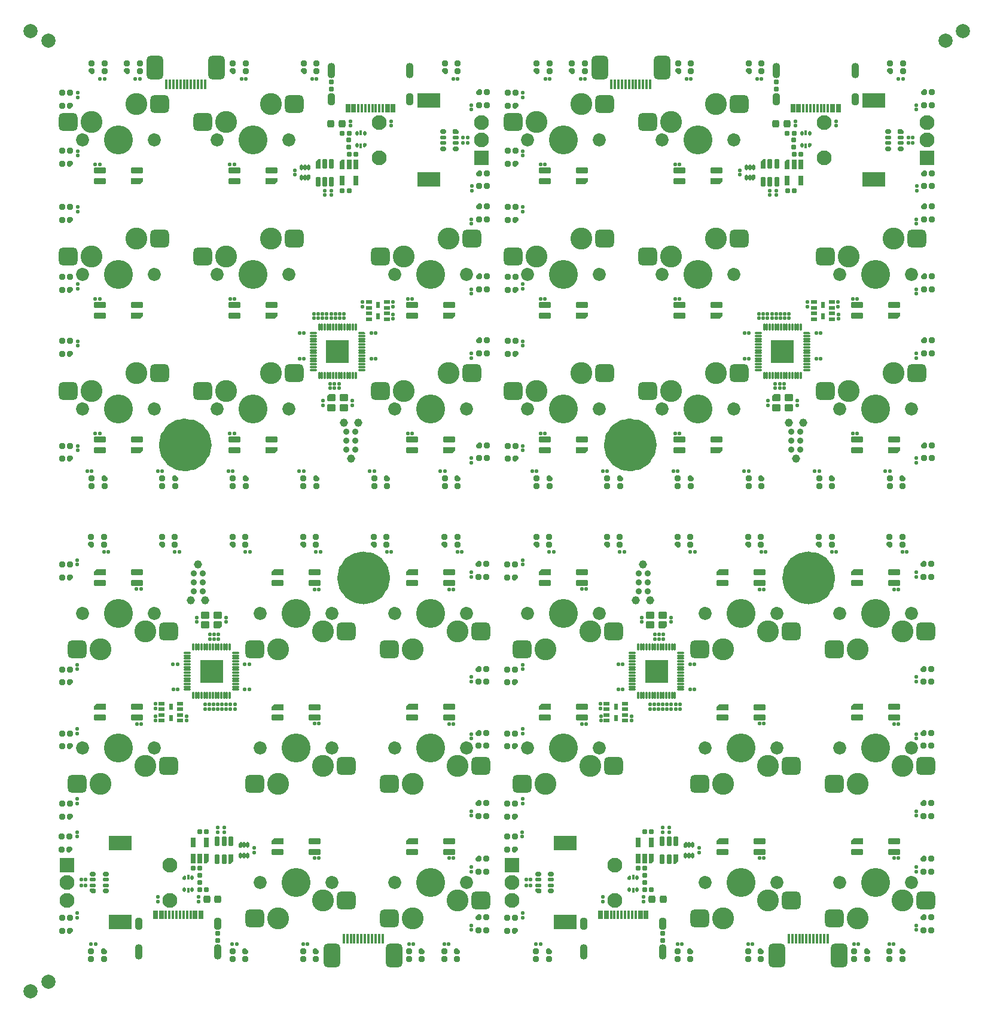
<source format=gbs>
G04 #@! TF.GenerationSoftware,KiCad,Pcbnew,7.0.0-da2b9df05c~165~ubuntu22.04.1*
G04 #@! TF.CreationDate,2023-05-29T12:10:48+00:00*
G04 #@! TF.ProjectId,pcb-panel,7063622d-7061-46e6-956c-2e6b69636164,5.0*
G04 #@! TF.SameCoordinates,Original*
G04 #@! TF.FileFunction,Soldermask,Bot*
G04 #@! TF.FilePolarity,Negative*
%FSLAX46Y46*%
G04 Gerber Fmt 4.6, Leading zero omitted, Abs format (unit mm)*
G04 Created by KiCad (PCBNEW 7.0.0-da2b9df05c~165~ubuntu22.04.1) date 2023-05-29 12:10:48*
%MOMM*%
%LPD*%
G01*
G04 APERTURE LIST*
G04 Aperture macros list*
%AMRoundRect*
0 Rectangle with rounded corners*
0 $1 Rounding radius*
0 $2 $3 $4 $5 $6 $7 $8 $9 X,Y pos of 4 corners*
0 Add a 4 corners polygon primitive as box body*
4,1,4,$2,$3,$4,$5,$6,$7,$8,$9,$2,$3,0*
0 Add four circle primitives for the rounded corners*
1,1,$1+$1,$2,$3*
1,1,$1+$1,$4,$5*
1,1,$1+$1,$6,$7*
1,1,$1+$1,$8,$9*
0 Add four rect primitives between the rounded corners*
20,1,$1+$1,$2,$3,$4,$5,0*
20,1,$1+$1,$4,$5,$6,$7,0*
20,1,$1+$1,$6,$7,$8,$9,0*
20,1,$1+$1,$8,$9,$2,$3,0*%
%AMFreePoly0*
4,1,35,0.284755,0.299039,0.332590,0.289524,0.350614,0.282058,0.391167,0.254961,0.404961,0.241167,0.432058,0.200614,0.439524,0.182590,0.449039,0.134755,0.450000,0.125000,0.450000,-0.125000,0.449039,-0.134755,0.439524,-0.182590,0.432058,-0.200614,0.404961,-0.241167,0.391167,-0.254961,0.350614,-0.282058,0.332590,-0.289524,0.284755,-0.299039,0.275000,-0.300000,-0.150000,-0.300000,
-0.185355,-0.285355,-0.435355,-0.035355,-0.450000,0.000000,-0.450000,0.125000,-0.449039,0.134755,-0.439524,0.182590,-0.432058,0.200614,-0.404961,0.241167,-0.391167,0.254961,-0.350614,0.282058,-0.332590,0.289524,-0.284755,0.299039,-0.275000,0.300000,0.275000,0.300000,0.284755,0.299039,0.284755,0.299039,$1*%
%AMFreePoly1*
4,1,35,0.397255,0.149039,0.416389,0.145233,0.434413,0.137767,0.450634,0.126928,0.464428,0.113134,0.475267,0.096913,0.482733,0.078889,0.486539,0.059755,0.487500,0.050000,0.487500,-0.050000,0.486539,-0.059755,0.482733,-0.078889,0.475267,-0.096913,0.464428,-0.113134,0.450634,-0.126928,0.434413,-0.137767,0.416389,-0.145233,0.397255,-0.149039,0.387500,-0.150000,-0.337500,-0.150000,
-0.372855,-0.135355,-0.472855,-0.035355,-0.487500,0.000000,-0.487500,0.050000,-0.486539,0.059755,-0.482733,0.078889,-0.475267,0.096913,-0.464428,0.113134,-0.450634,0.126928,-0.434413,0.137767,-0.416389,0.145233,-0.397255,0.149039,-0.387500,0.150000,0.387500,0.150000,0.397255,0.149039,0.397255,0.149039,$1*%
%AMFreePoly2*
4,1,35,0.184754,0.399039,0.251724,0.385718,0.269748,0.378253,0.326522,0.340318,0.340318,0.326522,0.378253,0.269748,0.385718,0.251724,0.399039,0.184754,0.400000,0.175000,0.400000,-0.175000,0.399039,-0.184754,0.385718,-0.251724,0.378253,-0.269748,0.340318,-0.326522,0.326522,-0.340318,0.269748,-0.378253,0.251724,-0.385718,0.184754,-0.399039,0.175000,-0.400000,-0.070000,-0.400000,
-0.105355,-0.385355,-0.385355,-0.105355,-0.400000,-0.070000,-0.400000,0.175000,-0.399039,0.184754,-0.385718,0.251724,-0.378253,0.269748,-0.340318,0.326522,-0.326522,0.340318,-0.269748,0.378253,-0.251724,0.385718,-0.184754,0.399039,-0.175000,0.400000,0.175000,0.400000,0.184754,0.399039,0.184754,0.399039,$1*%
%AMFreePoly3*
4,1,35,0.574153,0.339040,0.589690,0.335950,0.607715,0.328484,0.620887,0.319683,0.634683,0.305887,0.643484,0.292715,0.650950,0.274690,0.654040,0.259153,0.655000,0.249400,0.655000,-0.249400,0.654040,-0.259153,0.650950,-0.274690,0.643484,-0.292715,0.634683,-0.305887,0.620887,-0.319683,0.607715,-0.328484,0.589690,-0.335950,0.574153,-0.339040,0.564400,-0.340000,-0.315000,-0.340000,
-0.350355,-0.325355,-0.640355,-0.035355,-0.655000,0.000000,-0.655000,0.249400,-0.654040,0.259153,-0.650950,0.274690,-0.643484,0.292715,-0.634683,0.305887,-0.620887,0.319683,-0.607715,0.328484,-0.589690,0.335950,-0.574153,0.339040,-0.564400,0.340000,0.564400,0.340000,0.574153,0.339040,0.574153,0.339040,$1*%
%AMFreePoly4*
4,1,35,0.337755,0.849039,0.369135,0.842797,0.387158,0.835332,0.413761,0.817557,0.427557,0.803761,0.445332,0.777158,0.452797,0.759135,0.459039,0.727755,0.460000,0.718000,0.460000,-0.718000,0.459039,-0.727755,0.452797,-0.759135,0.445332,-0.777158,0.427557,-0.803761,0.413761,-0.817557,0.387158,-0.835332,0.369135,-0.842797,0.337755,-0.849039,0.328000,-0.850000,0.000000,-0.850000,
-0.035355,-0.835355,-0.445355,-0.425355,-0.460000,-0.390000,-0.460000,0.718000,-0.459039,0.727755,-0.452797,0.759135,-0.445332,0.777158,-0.427557,0.803761,-0.413761,0.817557,-0.387158,0.835332,-0.369135,0.842797,-0.337755,0.849039,-0.328000,0.850000,0.328000,0.850000,0.337755,0.849039,0.337755,0.849039,$1*%
%AMFreePoly5*
4,1,35,0.274754,0.219039,0.307282,0.212569,0.325307,0.205103,0.352883,0.186677,0.366677,0.172883,0.385103,0.145307,0.392569,0.127282,0.399039,0.094754,0.400000,0.085000,0.400000,-0.085000,0.399039,-0.094754,0.392569,-0.127282,0.385103,-0.145307,0.366677,-0.172883,0.352883,-0.186677,0.325307,-0.205103,0.307282,-0.212569,0.274754,-0.219039,0.265000,-0.220000,-0.180000,-0.220000,
-0.215355,-0.205355,-0.385355,-0.035355,-0.400000,0.000000,-0.400000,0.085000,-0.399039,0.094754,-0.392569,0.127282,-0.385103,0.145307,-0.366677,0.172883,-0.352883,0.186677,-0.325307,0.205103,-0.307282,0.212569,-0.274754,0.219039,-0.265000,0.220000,0.265000,0.220000,0.274754,0.219039,0.274754,0.219039,$1*%
%AMFreePoly6*
4,1,35,0.166004,0.236539,0.201881,0.229403,0.219906,0.221937,0.250320,0.201614,0.264114,0.187820,0.284437,0.157406,0.291903,0.139381,0.299039,0.103504,0.300000,0.093750,0.300000,-0.093750,0.299039,-0.103504,0.291903,-0.139381,0.284437,-0.157406,0.264114,-0.187820,0.250320,-0.201614,0.219906,-0.221937,0.201881,-0.229403,0.166004,-0.236539,0.156250,-0.237500,-0.062500,-0.237500,
-0.097855,-0.222855,-0.285355,-0.035355,-0.300000,0.000000,-0.300000,0.093750,-0.299039,0.103504,-0.291903,0.139381,-0.284437,0.157406,-0.264114,0.187820,-0.250320,0.201614,-0.219906,0.221937,-0.201881,0.229403,-0.166004,0.236539,-0.156250,0.237500,0.156250,0.237500,0.166004,0.236539,0.166004,0.236539,$1*%
%AMFreePoly7*
4,1,35,0.522254,0.349039,0.579657,0.337621,0.597682,0.330155,0.646345,0.297639,0.660139,0.283845,0.692655,0.235182,0.700121,0.217157,0.711539,0.159754,0.712500,0.150000,0.712500,-0.150000,0.711539,-0.159754,0.700121,-0.217157,0.692655,-0.235182,0.660139,-0.283845,0.646345,-0.297639,0.597682,-0.330155,0.579657,-0.337621,0.522254,-0.349039,0.512500,-0.350000,-0.362500,-0.350000,
-0.397855,-0.335355,-0.697855,-0.035355,-0.712500,0.000000,-0.712500,0.150000,-0.711539,0.159754,-0.700121,0.217157,-0.692655,0.235182,-0.660139,0.283845,-0.646345,0.297639,-0.597682,0.330155,-0.579657,0.337621,-0.522254,0.349039,-0.512500,0.350000,0.512500,0.350000,0.522254,0.349039,0.522254,0.349039,$1*%
%AMFreePoly8*
4,1,35,0.334754,0.549039,0.430425,0.530009,0.448449,0.522544,0.529555,0.468351,0.543351,0.454555,0.597544,0.373449,0.605009,0.355425,0.624039,0.259754,0.625000,0.250000,0.625000,-0.250000,0.624039,-0.259754,0.605009,-0.355425,0.597544,-0.373449,0.543351,-0.454555,0.529555,-0.468351,0.448449,-0.522544,0.430425,-0.530009,0.334754,-0.549039,0.325000,-0.550000,-0.325000,-0.550000,
-0.334754,-0.549039,-0.430425,-0.530009,-0.448449,-0.522544,-0.529555,-0.468351,-0.543351,-0.454555,-0.597544,-0.373449,-0.605009,-0.355425,-0.624039,-0.259754,-0.625000,-0.250000,-0.625000,0.200000,-0.610355,0.235355,-0.310355,0.535355,-0.275000,0.550000,0.325000,0.550000,0.334754,0.549039,0.334754,0.549039,$1*%
G04 Aperture macros list end*
%ADD10C,3.750000*%
%ADD11C,2.000000*%
%ADD12RoundRect,0.050000X-1.000000X-1.000000X1.000000X-1.000000X1.000000X1.000000X-1.000000X1.000000X0*%
%ADD13C,2.100000*%
%ADD14RoundRect,0.050000X-1.600000X-1.000000X1.600000X-1.000000X1.600000X1.000000X-1.600000X1.000000X0*%
%ADD15RoundRect,0.050000X1.000000X1.000000X-1.000000X1.000000X-1.000000X-1.000000X1.000000X-1.000000X0*%
%ADD16RoundRect,0.050000X1.600000X1.000000X-1.600000X1.000000X-1.600000X-1.000000X1.600000X-1.000000X0*%
%ADD17RoundRect,0.150000X0.130000X0.100000X-0.130000X0.100000X-0.130000X-0.100000X0.130000X-0.100000X0*%
%ADD18RoundRect,0.150000X-0.130000X-0.100000X0.130000X-0.100000X0.130000X0.100000X-0.130000X0.100000X0*%
%ADD19FreePoly0,180.000000*%
%ADD20RoundRect,0.150000X0.300000X0.100000X-0.300000X0.100000X-0.300000X-0.100000X0.300000X-0.100000X0*%
%ADD21RoundRect,0.175000X0.275000X0.125000X-0.275000X0.125000X-0.275000X-0.125000X0.275000X-0.125000X0*%
%ADD22FreePoly0,0.000000*%
%ADD23RoundRect,0.150000X-0.300000X-0.100000X0.300000X-0.100000X0.300000X0.100000X-0.300000X0.100000X0*%
%ADD24RoundRect,0.175000X-0.275000X-0.125000X0.275000X-0.125000X0.275000X0.125000X-0.275000X0.125000X0*%
%ADD25C,1.850000*%
%ADD26C,3.100000*%
%ADD27C,4.100000*%
%ADD28RoundRect,0.675000X-0.650000X-0.625000X0.650000X-0.625000X0.650000X0.625000X-0.650000X0.625000X0*%
%ADD29RoundRect,0.675000X0.650000X0.625000X-0.650000X0.625000X-0.650000X-0.625000X0.650000X-0.625000X0*%
%ADD30FreePoly1,0.000000*%
%ADD31RoundRect,0.100000X-0.387500X-0.050000X0.387500X-0.050000X0.387500X0.050000X-0.387500X0.050000X0*%
%ADD32RoundRect,0.100000X-0.050000X-0.387500X0.050000X-0.387500X0.050000X0.387500X-0.050000X0.387500X0*%
%ADD33RoundRect,0.194000X-1.456000X-1.456000X1.456000X-1.456000X1.456000X1.456000X-1.456000X1.456000X0*%
%ADD34FreePoly1,180.000000*%
%ADD35RoundRect,0.100000X0.387500X0.050000X-0.387500X0.050000X-0.387500X-0.050000X0.387500X-0.050000X0*%
%ADD36RoundRect,0.100000X0.050000X0.387500X-0.050000X0.387500X-0.050000X-0.387500X0.050000X-0.387500X0*%
%ADD37RoundRect,0.194000X1.456000X1.456000X-1.456000X1.456000X-1.456000X-1.456000X1.456000X-1.456000X0*%
%ADD38FreePoly2,0.000000*%
%ADD39RoundRect,0.225000X-0.175000X-0.175000X0.175000X-0.175000X0.175000X0.175000X-0.175000X0.175000X0*%
%ADD40FreePoly2,180.000000*%
%ADD41RoundRect,0.225000X0.175000X0.175000X-0.175000X0.175000X-0.175000X-0.175000X0.175000X-0.175000X0*%
%ADD42RoundRect,0.185000X0.185000X-0.135000X0.185000X0.135000X-0.185000X0.135000X-0.185000X-0.135000X0*%
%ADD43RoundRect,0.185000X-0.185000X0.135000X-0.185000X-0.135000X0.185000X-0.135000X0.185000X0.135000X0*%
%ADD44FreePoly3,270.000000*%
%ADD45RoundRect,0.090600X-0.249400X0.564400X-0.249400X-0.564400X0.249400X-0.564400X0.249400X0.564400X0*%
%ADD46FreePoly3,90.000000*%
%ADD47RoundRect,0.090600X0.249400X-0.564400X0.249400X0.564400X-0.249400X0.564400X-0.249400X-0.564400X0*%
%ADD48FreePoly2,90.000000*%
%ADD49RoundRect,0.225000X0.175000X-0.175000X0.175000X0.175000X-0.175000X0.175000X-0.175000X-0.175000X0*%
%ADD50FreePoly2,270.000000*%
%ADD51RoundRect,0.225000X-0.175000X0.175000X-0.175000X-0.175000X0.175000X-0.175000X0.175000X0.175000X0*%
%ADD52RoundRect,0.268750X0.218750X0.256250X-0.218750X0.256250X-0.218750X-0.256250X0.218750X-0.256250X0*%
%ADD53RoundRect,0.268750X-0.218750X-0.256250X0.218750X-0.256250X0.218750X0.256250X-0.218750X0.256250X0*%
%ADD54RoundRect,0.150000X-0.100000X0.130000X-0.100000X-0.130000X0.100000X-0.130000X0.100000X0.130000X0*%
%ADD55RoundRect,0.150000X0.100000X-0.130000X0.100000X0.130000X-0.100000X0.130000X-0.100000X-0.130000X0*%
%ADD56RoundRect,0.190000X0.140000X0.170000X-0.140000X0.170000X-0.140000X-0.170000X0.140000X-0.170000X0*%
%ADD57RoundRect,0.190000X-0.140000X-0.170000X0.140000X-0.170000X0.140000X0.170000X-0.140000X0.170000X0*%
%ADD58RoundRect,0.050000X0.400000X-0.200000X0.400000X0.200000X-0.400000X0.200000X-0.400000X-0.200000X0*%
%ADD59RoundRect,0.050000X-0.175000X-0.400000X0.175000X-0.400000X0.175000X0.400000X-0.175000X0.400000X0*%
%ADD60RoundRect,0.050000X-0.400000X0.200000X-0.400000X-0.200000X0.400000X-0.200000X0.400000X0.200000X0*%
%ADD61RoundRect,0.050000X0.175000X0.400000X-0.175000X0.400000X-0.175000X-0.400000X0.175000X-0.400000X0*%
%ADD62RoundRect,0.132000X0.718000X-0.328000X0.718000X0.328000X-0.718000X0.328000X-0.718000X-0.328000X0*%
%ADD63FreePoly4,90.000000*%
%ADD64RoundRect,0.132000X-0.718000X0.328000X-0.718000X-0.328000X0.718000X-0.328000X0.718000X0.328000X0*%
%ADD65FreePoly4,270.000000*%
%ADD66FreePoly5,90.000000*%
%ADD67RoundRect,0.135000X0.085000X-0.265000X0.085000X0.265000X-0.085000X0.265000X-0.085000X-0.265000X0*%
%ADD68FreePoly5,270.000000*%
%ADD69RoundRect,0.135000X-0.085000X0.265000X-0.085000X-0.265000X0.085000X-0.265000X0.085000X0.265000X0*%
%ADD70FreePoly6,270.000000*%
%ADD71RoundRect,0.125000X-0.075000X0.250000X-0.075000X-0.250000X0.075000X-0.250000X0.075000X0.250000X0*%
%ADD72RoundRect,0.143750X-0.093750X0.156250X-0.093750X-0.156250X0.093750X-0.156250X0.093750X0.156250X0*%
%ADD73FreePoly6,90.000000*%
%ADD74RoundRect,0.125000X0.075000X-0.250000X0.075000X0.250000X-0.075000X0.250000X-0.075000X-0.250000X0*%
%ADD75RoundRect,0.143750X0.093750X-0.156250X0.093750X0.156250X-0.093750X0.156250X-0.093750X-0.156250X0*%
%ADD76RoundRect,0.050000X-0.300000X-0.575000X0.300000X-0.575000X0.300000X0.575000X-0.300000X0.575000X0*%
%ADD77RoundRect,0.050000X-0.150000X-0.575000X0.150000X-0.575000X0.150000X0.575000X-0.150000X0.575000X0*%
%ADD78O,1.100000X1.800000*%
%ADD79O,1.100000X2.200000*%
%ADD80RoundRect,0.050000X0.300000X0.575000X-0.300000X0.575000X-0.300000X-0.575000X0.300000X-0.575000X0*%
%ADD81RoundRect,0.050000X0.150000X0.575000X-0.150000X0.575000X-0.150000X-0.575000X0.150000X-0.575000X0*%
%ADD82FreePoly7,90.000000*%
%ADD83RoundRect,0.200000X0.150000X-0.512500X0.150000X0.512500X-0.150000X0.512500X-0.150000X-0.512500X0*%
%ADD84FreePoly7,270.000000*%
%ADD85RoundRect,0.200000X-0.150000X0.512500X-0.150000X-0.512500X0.150000X-0.512500X0.150000X0.512500X0*%
%ADD86FreePoly8,0.000000*%
%ADD87RoundRect,0.300000X-0.325000X-0.250000X0.325000X-0.250000X0.325000X0.250000X-0.325000X0.250000X0*%
%ADD88FreePoly8,180.000000*%
%ADD89RoundRect,0.300000X0.325000X0.250000X-0.325000X0.250000X-0.325000X-0.250000X0.325000X-0.250000X0*%
%ADD90RoundRect,0.125000X-0.075000X-0.575000X0.075000X-0.575000X0.075000X0.575000X-0.075000X0.575000X0*%
%ADD91RoundRect,0.625000X-0.575000X-1.075000X0.575000X-1.075000X0.575000X1.075000X-0.575000X1.075000X0*%
%ADD92RoundRect,0.125000X0.075000X0.575000X-0.075000X0.575000X-0.075000X-0.575000X0.075000X-0.575000X0*%
%ADD93RoundRect,0.625000X0.575000X1.075000X-0.575000X1.075000X-0.575000X-1.075000X0.575000X-1.075000X0*%
%ADD94C,1.167000*%
%ADD95C,0.887000*%
G04 APERTURE END LIST*
G04 #@! TO.C,G\u002A\u002A\u002A*
D10*
X89247777Y79915776D02*
G75*
G03*
X89247777Y79915776I-1875000J0D01*
G01*
X26247777Y79915776D02*
G75*
G03*
X26247777Y79915776I-1875000J0D01*
G01*
X114502227Y61084229D02*
G75*
G03*
X114502227Y61084229I-1875000J0D01*
G01*
X51502227Y61084229D02*
G75*
G03*
X51502227Y61084229I-1875000J0D01*
G01*
G04 #@! TD*
D11*
G04 #@! TO.C,REF\u002A\u002A*
X134500004Y138500005D03*
G04 #@! TD*
D12*
G04 #@! TO.C,MX3*
X70653752Y20418750D03*
D13*
X70653752Y15418750D03*
X70653752Y17918750D03*
D14*
X78153752Y23518750D03*
X78153752Y12318750D03*
D13*
X85153752Y15418750D03*
X85153752Y20418750D03*
G04 #@! TD*
D15*
G04 #@! TO.C,MX3*
X129346252Y120581255D03*
D13*
X129346252Y125581255D03*
X129346252Y123081255D03*
D16*
X121846252Y117481255D03*
X121846252Y128681255D03*
D13*
X114846252Y125581255D03*
X114846252Y120581255D03*
G04 #@! TD*
D12*
G04 #@! TO.C,MX3*
X7653752Y20418750D03*
D13*
X7653752Y15418750D03*
X7653752Y17918750D03*
D14*
X15153752Y23518750D03*
X15153752Y12318750D03*
D13*
X22153752Y15418750D03*
X22153752Y20418750D03*
G04 #@! TD*
D15*
G04 #@! TO.C,MX3*
X66346252Y120581255D03*
D13*
X66346252Y125581255D03*
X66346252Y123081255D03*
D16*
X58846252Y117481255D03*
X58846252Y128681255D03*
D13*
X51846252Y125581255D03*
X51846252Y120581255D03*
G04 #@! TD*
D11*
G04 #@! TO.C,REF\u002A\u002A*
X2500000Y2500000D03*
G04 #@! TD*
G04 #@! TO.C,REF\u002A\u002A*
X2500000Y138500005D03*
G04 #@! TD*
D17*
G04 #@! TO.C,C13*
X12290773Y119610776D03*
X11650773Y119610776D03*
G04 #@! TD*
D18*
G04 #@! TO.C,C13*
X124709231Y21389229D03*
X125349231Y21389229D03*
G04 #@! TD*
D17*
G04 #@! TO.C,C13*
X75290773Y119610776D03*
X74650773Y119610776D03*
G04 #@! TD*
D18*
G04 #@! TO.C,C13*
X61709231Y21389229D03*
X62349231Y21389229D03*
G04 #@! TD*
D19*
G04 #@! TO.C,RN1*
X125690773Y124270776D03*
D20*
X125690773Y123470776D03*
X125690773Y122670776D03*
D21*
X125690773Y121870776D03*
X123890773Y121870776D03*
D20*
X123890773Y122670776D03*
X123890773Y123470776D03*
D21*
X123890773Y124270776D03*
G04 #@! TD*
D22*
G04 #@! TO.C,RN1*
X74309231Y16729229D03*
D23*
X74309231Y17529229D03*
X74309231Y18329229D03*
D24*
X74309231Y19129229D03*
X76109231Y19129229D03*
D23*
X76109231Y18329229D03*
X76109231Y17529229D03*
D24*
X76109231Y16729229D03*
G04 #@! TD*
D22*
G04 #@! TO.C,RN1*
X11309231Y16729229D03*
D23*
X11309231Y17529229D03*
X11309231Y18329229D03*
D24*
X11309231Y19129229D03*
X13109231Y19129229D03*
D23*
X13109231Y18329229D03*
X13109231Y17529229D03*
D24*
X13109231Y16729229D03*
G04 #@! TD*
D19*
G04 #@! TO.C,RN1*
X62690773Y124270776D03*
D20*
X62690773Y123470776D03*
X62690773Y122670776D03*
D21*
X62690773Y121870776D03*
X60890773Y121870776D03*
D20*
X60890773Y122670776D03*
X60890773Y123470776D03*
D21*
X60890773Y124270776D03*
G04 #@! TD*
D25*
G04 #@! TO.C,MX8*
X97973752Y56018750D03*
D26*
X100513752Y50938750D03*
D27*
X103053752Y56018750D03*
D26*
X106863752Y53478750D03*
D25*
X108133752Y56018750D03*
D28*
X110138752Y53478750D03*
X97211752Y50938750D03*
G04 #@! TD*
D25*
G04 #@! TO.C,MX8*
X102026252Y84981255D03*
D26*
X99486252Y90061255D03*
D27*
X96946252Y84981255D03*
D26*
X93136252Y87521255D03*
D25*
X91866252Y84981255D03*
D29*
X89861252Y87521255D03*
X102788252Y90061255D03*
G04 #@! TD*
D25*
G04 #@! TO.C,MX8*
X39026252Y84981255D03*
D26*
X36486252Y90061255D03*
D27*
X33946252Y84981255D03*
D26*
X30136252Y87521255D03*
D25*
X28866252Y84981255D03*
D29*
X26861252Y87521255D03*
X39788252Y90061255D03*
G04 #@! TD*
D25*
G04 #@! TO.C,MX8*
X34973752Y56018750D03*
D26*
X37513752Y50938750D03*
D27*
X40053752Y56018750D03*
D26*
X43863752Y53478750D03*
D25*
X45133752Y56018750D03*
D28*
X47138752Y53478750D03*
X34211752Y50938750D03*
G04 #@! TD*
D30*
G04 #@! TO.C,U6*
X87641731Y45259229D03*
D31*
X87641731Y45659229D03*
X87641731Y46059229D03*
X87641731Y46459229D03*
X87641731Y46859229D03*
X87641731Y47259229D03*
X87641731Y47659229D03*
X87641731Y48059229D03*
X87641731Y48459229D03*
X87641731Y48859229D03*
X87641731Y49259229D03*
X87641731Y49659229D03*
X87641731Y50059229D03*
X87641731Y50459229D03*
D32*
X88479231Y51296729D03*
X88879231Y51296729D03*
X89279231Y51296729D03*
X89679231Y51296729D03*
X90079231Y51296729D03*
X90479231Y51296729D03*
X90879231Y51296729D03*
X91279231Y51296729D03*
X91679231Y51296729D03*
X92079231Y51296729D03*
X92479231Y51296729D03*
X92879231Y51296729D03*
X93279231Y51296729D03*
X93679231Y51296729D03*
D31*
X94516731Y50459229D03*
X94516731Y50059229D03*
X94516731Y49659229D03*
X94516731Y49259229D03*
X94516731Y48859229D03*
X94516731Y48459229D03*
X94516731Y48059229D03*
X94516731Y47659229D03*
X94516731Y47259229D03*
X94516731Y46859229D03*
X94516731Y46459229D03*
X94516731Y46059229D03*
X94516731Y45659229D03*
X94516731Y45259229D03*
D32*
X93679231Y44421729D03*
X93279231Y44421729D03*
X92879231Y44421729D03*
X92479231Y44421729D03*
X92079231Y44421729D03*
X91679231Y44421729D03*
X91279231Y44421729D03*
X90879231Y44421729D03*
X90479231Y44421729D03*
X90079231Y44421729D03*
X89679231Y44421729D03*
X89279231Y44421729D03*
X88879231Y44421729D03*
X88479231Y44421729D03*
D33*
X91079231Y47859229D03*
G04 #@! TD*
D34*
G04 #@! TO.C,U6*
X112358273Y95740776D03*
D35*
X112358273Y95340776D03*
X112358273Y94940776D03*
X112358273Y94540776D03*
X112358273Y94140776D03*
X112358273Y93740776D03*
X112358273Y93340776D03*
X112358273Y92940776D03*
X112358273Y92540776D03*
X112358273Y92140776D03*
X112358273Y91740776D03*
X112358273Y91340776D03*
X112358273Y90940776D03*
X112358273Y90540776D03*
D36*
X111520773Y89703276D03*
X111120773Y89703276D03*
X110720773Y89703276D03*
X110320773Y89703276D03*
X109920773Y89703276D03*
X109520773Y89703276D03*
X109120773Y89703276D03*
X108720773Y89703276D03*
X108320773Y89703276D03*
X107920773Y89703276D03*
X107520773Y89703276D03*
X107120773Y89703276D03*
X106720773Y89703276D03*
X106320773Y89703276D03*
D35*
X105483273Y90540776D03*
X105483273Y90940776D03*
X105483273Y91340776D03*
X105483273Y91740776D03*
X105483273Y92140776D03*
X105483273Y92540776D03*
X105483273Y92940776D03*
X105483273Y93340776D03*
X105483273Y93740776D03*
X105483273Y94140776D03*
X105483273Y94540776D03*
X105483273Y94940776D03*
X105483273Y95340776D03*
X105483273Y95740776D03*
D36*
X106320773Y96578276D03*
X106720773Y96578276D03*
X107120773Y96578276D03*
X107520773Y96578276D03*
X107920773Y96578276D03*
X108320773Y96578276D03*
X108720773Y96578276D03*
X109120773Y96578276D03*
X109520773Y96578276D03*
X109920773Y96578276D03*
X110320773Y96578276D03*
X110720773Y96578276D03*
X111120773Y96578276D03*
X111520773Y96578276D03*
D37*
X108920773Y93140776D03*
G04 #@! TD*
D34*
G04 #@! TO.C,U6*
X49358273Y95740776D03*
D35*
X49358273Y95340776D03*
X49358273Y94940776D03*
X49358273Y94540776D03*
X49358273Y94140776D03*
X49358273Y93740776D03*
X49358273Y93340776D03*
X49358273Y92940776D03*
X49358273Y92540776D03*
X49358273Y92140776D03*
X49358273Y91740776D03*
X49358273Y91340776D03*
X49358273Y90940776D03*
X49358273Y90540776D03*
D36*
X48520773Y89703276D03*
X48120773Y89703276D03*
X47720773Y89703276D03*
X47320773Y89703276D03*
X46920773Y89703276D03*
X46520773Y89703276D03*
X46120773Y89703276D03*
X45720773Y89703276D03*
X45320773Y89703276D03*
X44920773Y89703276D03*
X44520773Y89703276D03*
X44120773Y89703276D03*
X43720773Y89703276D03*
X43320773Y89703276D03*
D35*
X42483273Y90540776D03*
X42483273Y90940776D03*
X42483273Y91340776D03*
X42483273Y91740776D03*
X42483273Y92140776D03*
X42483273Y92540776D03*
X42483273Y92940776D03*
X42483273Y93340776D03*
X42483273Y93740776D03*
X42483273Y94140776D03*
X42483273Y94540776D03*
X42483273Y94940776D03*
X42483273Y95340776D03*
X42483273Y95740776D03*
D36*
X43320773Y96578276D03*
X43720773Y96578276D03*
X44120773Y96578276D03*
X44520773Y96578276D03*
X44920773Y96578276D03*
X45320773Y96578276D03*
X45720773Y96578276D03*
X46120773Y96578276D03*
X46520773Y96578276D03*
X46920773Y96578276D03*
X47320773Y96578276D03*
X47720773Y96578276D03*
X48120773Y96578276D03*
X48520773Y96578276D03*
D37*
X45920773Y93140776D03*
G04 #@! TD*
D30*
G04 #@! TO.C,U6*
X24641731Y45259229D03*
D31*
X24641731Y45659229D03*
X24641731Y46059229D03*
X24641731Y46459229D03*
X24641731Y46859229D03*
X24641731Y47259229D03*
X24641731Y47659229D03*
X24641731Y48059229D03*
X24641731Y48459229D03*
X24641731Y48859229D03*
X24641731Y49259229D03*
X24641731Y49659229D03*
X24641731Y50059229D03*
X24641731Y50459229D03*
D32*
X25479231Y51296729D03*
X25879231Y51296729D03*
X26279231Y51296729D03*
X26679231Y51296729D03*
X27079231Y51296729D03*
X27479231Y51296729D03*
X27879231Y51296729D03*
X28279231Y51296729D03*
X28679231Y51296729D03*
X29079231Y51296729D03*
X29479231Y51296729D03*
X29879231Y51296729D03*
X30279231Y51296729D03*
X30679231Y51296729D03*
D31*
X31516731Y50459229D03*
X31516731Y50059229D03*
X31516731Y49659229D03*
X31516731Y49259229D03*
X31516731Y48859229D03*
X31516731Y48459229D03*
X31516731Y48059229D03*
X31516731Y47659229D03*
X31516731Y47259229D03*
X31516731Y46859229D03*
X31516731Y46459229D03*
X31516731Y46059229D03*
X31516731Y45659229D03*
X31516731Y45259229D03*
D32*
X30679231Y44421729D03*
X30279231Y44421729D03*
X29879231Y44421729D03*
X29479231Y44421729D03*
X29079231Y44421729D03*
X28679231Y44421729D03*
X28279231Y44421729D03*
X27879231Y44421729D03*
X27479231Y44421729D03*
X27079231Y44421729D03*
X26679231Y44421729D03*
X26279231Y44421729D03*
X25879231Y44421729D03*
X25479231Y44421729D03*
D33*
X28079231Y47859229D03*
G04 #@! TD*
D17*
G04 #@! TO.C,C3*
X95960773Y131770776D03*
X95320773Y131770776D03*
G04 #@! TD*
D18*
G04 #@! TO.C,C3*
X104039231Y9229229D03*
X104679231Y9229229D03*
G04 #@! TD*
G04 #@! TO.C,C3*
X41039231Y9229229D03*
X41679231Y9229229D03*
G04 #@! TD*
D17*
G04 #@! TO.C,C3*
X32960773Y131770776D03*
X32320773Y131770776D03*
G04 #@! TD*
D38*
G04 #@! TO.C,D9*
X124125773Y132820776D03*
D39*
X124125773Y133920776D03*
X125955773Y133920776D03*
X125955773Y132820776D03*
G04 #@! TD*
D38*
G04 #@! TO.C,D9*
X61125773Y132820776D03*
D39*
X61125773Y133920776D03*
X62955773Y133920776D03*
X62955773Y132820776D03*
G04 #@! TD*
D40*
G04 #@! TO.C,D9*
X12874231Y8179229D03*
D41*
X12874231Y7079229D03*
X11044231Y7079229D03*
X11044231Y8179229D03*
G04 #@! TD*
D40*
G04 #@! TO.C,D9*
X75874231Y8179229D03*
D41*
X75874231Y7079229D03*
X74044231Y7079229D03*
X74044231Y8179229D03*
G04 #@! TD*
D38*
G04 #@! TO.C,D13*
X74125773Y132820776D03*
D39*
X74125773Y133920776D03*
X75955773Y133920776D03*
X75955773Y132820776D03*
G04 #@! TD*
D40*
G04 #@! TO.C,D13*
X62874231Y8179229D03*
D41*
X62874231Y7079229D03*
X61044231Y7079229D03*
X61044231Y8179229D03*
G04 #@! TD*
D38*
G04 #@! TO.C,D13*
X11125773Y132820776D03*
D39*
X11125773Y133920776D03*
X12955773Y133920776D03*
X12955773Y132820776D03*
G04 #@! TD*
D40*
G04 #@! TO.C,D13*
X125874231Y8179229D03*
D41*
X125874231Y7079229D03*
X124044231Y7079229D03*
X124044231Y8179229D03*
G04 #@! TD*
D25*
G04 #@! TO.C,MX6*
X127176252Y104031255D03*
D26*
X124636252Y109111255D03*
D27*
X122096252Y104031255D03*
D26*
X118286252Y106571255D03*
D25*
X117016252Y104031255D03*
D29*
X115011252Y106571255D03*
X127938252Y109111255D03*
G04 #@! TD*
D25*
G04 #@! TO.C,MX6*
X64176252Y104031255D03*
D26*
X61636252Y109111255D03*
D27*
X59096252Y104031255D03*
D26*
X55286252Y106571255D03*
D25*
X54016252Y104031255D03*
D29*
X52011252Y106571255D03*
X64938252Y109111255D03*
G04 #@! TD*
D25*
G04 #@! TO.C,MX6*
X9823752Y36968750D03*
D26*
X12363752Y31888750D03*
D27*
X14903752Y36968750D03*
D26*
X18713752Y34428750D03*
D25*
X19983752Y36968750D03*
D28*
X21988752Y34428750D03*
X9061752Y31888750D03*
G04 #@! TD*
D25*
G04 #@! TO.C,MX6*
X72823752Y36968750D03*
D26*
X75363752Y31888750D03*
D27*
X77903752Y36968750D03*
D26*
X81713752Y34428750D03*
D25*
X82983752Y36968750D03*
D28*
X84988752Y34428750D03*
X72061752Y31888750D03*
G04 #@! TD*
D40*
G04 #@! TO.C,D30*
X22945773Y75180776D03*
D41*
X22945773Y74080776D03*
X21115773Y74080776D03*
X21115773Y75180776D03*
G04 #@! TD*
D38*
G04 #@! TO.C,D30*
X51054231Y65819229D03*
D39*
X51054231Y66919229D03*
X52884231Y66919229D03*
X52884231Y65819229D03*
G04 #@! TD*
D40*
G04 #@! TO.C,D30*
X85945773Y75180776D03*
D41*
X85945773Y74080776D03*
X84115773Y74080776D03*
X84115773Y75180776D03*
G04 #@! TD*
D38*
G04 #@! TO.C,D30*
X114054231Y65819229D03*
D39*
X114054231Y66919229D03*
X115884231Y66919229D03*
X115884231Y65819229D03*
G04 #@! TD*
D42*
G04 #@! TO.C,FB1*
X45030773Y130280776D03*
X45030773Y131300776D03*
G04 #@! TD*
G04 #@! TO.C,FB1*
X108030773Y130280776D03*
X108030773Y131300776D03*
G04 #@! TD*
D43*
G04 #@! TO.C,FB1*
X91969231Y10719229D03*
X91969231Y9699229D03*
G04 #@! TD*
G04 #@! TO.C,FB1*
X28969231Y10719229D03*
X28969231Y9699229D03*
G04 #@! TD*
D44*
G04 #@! TO.C,U3*
X106190773Y119725776D03*
D45*
X107140773Y119725776D03*
X108090773Y119725776D03*
X108090773Y117215776D03*
X107140773Y117215776D03*
X106190773Y117215776D03*
G04 #@! TD*
D46*
G04 #@! TO.C,U3*
X93809231Y21274229D03*
D47*
X92859231Y21274229D03*
X91909231Y21274229D03*
X91909231Y23784229D03*
X92859231Y23784229D03*
X93809231Y23784229D03*
G04 #@! TD*
D46*
G04 #@! TO.C,U3*
X30809231Y21274229D03*
D47*
X29859231Y21274229D03*
X28909231Y21274229D03*
X28909231Y23784229D03*
X29859231Y23784229D03*
X30809231Y23784229D03*
G04 #@! TD*
D44*
G04 #@! TO.C,U3*
X43190773Y119725776D03*
D45*
X44140773Y119725776D03*
X45090773Y119725776D03*
X45090773Y117215776D03*
X44140773Y117215776D03*
X43190773Y117215776D03*
G04 #@! TD*
D18*
G04 #@! TO.C,C5*
X61029231Y9229229D03*
X61669231Y9229229D03*
G04 #@! TD*
D17*
G04 #@! TO.C,C5*
X75970773Y131770776D03*
X75330773Y131770776D03*
G04 #@! TD*
D18*
G04 #@! TO.C,C5*
X124029231Y9229229D03*
X124669231Y9229229D03*
G04 #@! TD*
D17*
G04 #@! TO.C,C5*
X12970773Y131770776D03*
X12330773Y131770776D03*
G04 #@! TD*
D48*
G04 #@! TO.C,D20*
X8059231Y37214229D03*
D49*
X6959231Y37214229D03*
X6959231Y39044229D03*
X8059231Y39044229D03*
G04 #@! TD*
D50*
G04 #@! TO.C,D20*
X65940773Y103785776D03*
D51*
X67040773Y103785776D03*
X67040773Y101955776D03*
X65940773Y101955776D03*
G04 #@! TD*
D50*
G04 #@! TO.C,D20*
X128940773Y103785776D03*
D51*
X130040773Y103785776D03*
X130040773Y101955776D03*
X128940773Y101955776D03*
G04 #@! TD*
D48*
G04 #@! TO.C,D20*
X71059231Y37214229D03*
D49*
X69959231Y37214229D03*
X69959231Y39044229D03*
X71059231Y39044229D03*
G04 #@! TD*
D18*
G04 #@! TO.C,C4*
X119039231Y9229229D03*
X119679231Y9229229D03*
G04 #@! TD*
D17*
G04 #@! TO.C,C4*
X17960773Y131770776D03*
X17320773Y131770776D03*
G04 #@! TD*
G04 #@! TO.C,C4*
X80960773Y131770776D03*
X80320773Y131770776D03*
G04 #@! TD*
D18*
G04 #@! TO.C,C4*
X56039231Y9229229D03*
X56679231Y9229229D03*
G04 #@! TD*
D38*
G04 #@! TO.C,D26*
X11054231Y65819229D03*
D39*
X11054231Y66919229D03*
X12884231Y66919229D03*
X12884231Y65819229D03*
G04 #@! TD*
D38*
G04 #@! TO.C,D26*
X74054231Y65819229D03*
D39*
X74054231Y66919229D03*
X75884231Y66919229D03*
X75884231Y65819229D03*
G04 #@! TD*
D40*
G04 #@! TO.C,D26*
X62945773Y75180776D03*
D41*
X62945773Y74080776D03*
X61115773Y74080776D03*
X61115773Y75180776D03*
G04 #@! TD*
D40*
G04 #@! TO.C,D26*
X125945773Y75180776D03*
D41*
X125945773Y74080776D03*
X124115773Y74080776D03*
X124115773Y75180776D03*
G04 #@! TD*
D52*
G04 #@! TO.C,F1*
X29006731Y15599229D03*
X27431731Y15599229D03*
G04 #@! TD*
D53*
G04 #@! TO.C,F1*
X44993273Y125400776D03*
X46568273Y125400776D03*
G04 #@! TD*
D52*
G04 #@! TO.C,F1*
X92006731Y15599229D03*
X90431731Y15599229D03*
G04 #@! TD*
D53*
G04 #@! TO.C,F1*
X107993273Y125400776D03*
X109568273Y125400776D03*
G04 #@! TD*
D54*
G04 #@! TO.C,C14*
X72140773Y121530776D03*
X72140773Y120890776D03*
G04 #@! TD*
D55*
G04 #@! TO.C,C14*
X127859231Y19469229D03*
X127859231Y20109229D03*
G04 #@! TD*
G04 #@! TO.C,C14*
X64859231Y19469229D03*
X64859231Y20109229D03*
G04 #@! TD*
D54*
G04 #@! TO.C,C14*
X9140773Y121530776D03*
X9140773Y120890776D03*
G04 #@! TD*
D55*
G04 #@! TO.C,C27*
X42615773Y97845776D03*
X42615773Y98485776D03*
G04 #@! TD*
D54*
G04 #@! TO.C,C27*
X31384231Y43154229D03*
X31384231Y42514229D03*
G04 #@! TD*
G04 #@! TO.C,C27*
X94384231Y43154229D03*
X94384231Y42514229D03*
G04 #@! TD*
D55*
G04 #@! TO.C,C27*
X105615773Y97845776D03*
X105615773Y98485776D03*
G04 #@! TD*
D50*
G04 #@! TO.C,D19*
X65909231Y29214229D03*
D51*
X67009231Y29214229D03*
X67009231Y27384229D03*
X65909231Y27384229D03*
G04 #@! TD*
D48*
G04 #@! TO.C,D19*
X8090773Y111785776D03*
D49*
X6990773Y111785776D03*
X6990773Y113615776D03*
X8090773Y113615776D03*
G04 #@! TD*
D50*
G04 #@! TO.C,D19*
X128909231Y29214229D03*
D51*
X130009231Y29214229D03*
X130009231Y27384229D03*
X128909231Y27384229D03*
G04 #@! TD*
D48*
G04 #@! TO.C,D19*
X71090773Y111785776D03*
D49*
X69990773Y111785776D03*
X69990773Y113615776D03*
X71090773Y113615776D03*
G04 #@! TD*
D54*
G04 #@! TO.C,C19*
X127890773Y101960776D03*
X127890773Y101320776D03*
G04 #@! TD*
D55*
G04 #@! TO.C,C19*
X72109231Y39039229D03*
X72109231Y39679229D03*
G04 #@! TD*
G04 #@! TO.C,C19*
X9109231Y39039229D03*
X9109231Y39679229D03*
G04 #@! TD*
D54*
G04 #@! TO.C,C19*
X64890773Y101960776D03*
X64890773Y101320776D03*
G04 #@! TD*
G04 #@! TO.C,R7*
X20199231Y41499229D03*
X20199231Y40859229D03*
G04 #@! TD*
D55*
G04 #@! TO.C,R7*
X116800773Y99500776D03*
X116800773Y100140776D03*
G04 #@! TD*
D54*
G04 #@! TO.C,R7*
X83199231Y41499229D03*
X83199231Y40859229D03*
G04 #@! TD*
D55*
G04 #@! TO.C,R7*
X53800773Y99500776D03*
X53800773Y100140776D03*
G04 #@! TD*
D56*
G04 #@! TO.C,C11*
X26439231Y19954229D03*
X25479231Y19954229D03*
G04 #@! TD*
G04 #@! TO.C,C11*
X89439231Y19954229D03*
X88479231Y19954229D03*
G04 #@! TD*
D57*
G04 #@! TO.C,C11*
X110560773Y121045776D03*
X111520773Y121045776D03*
G04 #@! TD*
G04 #@! TO.C,C11*
X47560773Y121045776D03*
X48520773Y121045776D03*
G04 #@! TD*
D58*
G04 #@! TO.C,U5*
X84042731Y40861229D03*
X84042731Y41661229D03*
X84042731Y42461229D03*
X84042731Y43261229D03*
X86642731Y43261229D03*
X86642731Y42461229D03*
X86642731Y41661229D03*
X86642731Y40861229D03*
D59*
X85342731Y41259229D03*
X85342731Y42859229D03*
G04 #@! TD*
D60*
G04 #@! TO.C,U5*
X52957273Y100138776D03*
X52957273Y99338776D03*
X52957273Y98538776D03*
X52957273Y97738776D03*
X50357273Y97738776D03*
X50357273Y98538776D03*
X50357273Y99338776D03*
X50357273Y100138776D03*
D61*
X51657273Y99740776D03*
X51657273Y98140776D03*
G04 #@! TD*
D60*
G04 #@! TO.C,U5*
X115957273Y100138776D03*
X115957273Y99338776D03*
X115957273Y98538776D03*
X115957273Y97738776D03*
X113357273Y97738776D03*
X113357273Y98538776D03*
X113357273Y99338776D03*
X113357273Y100138776D03*
D61*
X114657273Y99740776D03*
X114657273Y98140776D03*
G04 #@! TD*
D58*
G04 #@! TO.C,U5*
X21042731Y40861229D03*
X21042731Y41661229D03*
X21042731Y42461229D03*
X21042731Y43261229D03*
X23642731Y43261229D03*
X23642731Y42461229D03*
X23642731Y41661229D03*
X23642731Y40861229D03*
D59*
X22342731Y41259229D03*
X22342731Y42859229D03*
G04 #@! TD*
D50*
G04 #@! TO.C,D24*
X65940773Y79870776D03*
D51*
X67040773Y79870776D03*
X67040773Y78040776D03*
X65940773Y78040776D03*
G04 #@! TD*
D50*
G04 #@! TO.C,D24*
X128940773Y79870776D03*
D51*
X130040773Y79870776D03*
X130040773Y78040776D03*
X128940773Y78040776D03*
G04 #@! TD*
D48*
G04 #@! TO.C,D24*
X8059231Y61129229D03*
D49*
X6959231Y61129229D03*
X6959231Y62959229D03*
X8059231Y62959229D03*
G04 #@! TD*
D48*
G04 #@! TO.C,D24*
X71059231Y61129229D03*
D49*
X69959231Y61129229D03*
X69959231Y62959229D03*
X71059231Y62959229D03*
G04 #@! TD*
D54*
G04 #@! TO.C,C18*
X9140773Y113610776D03*
X9140773Y112970776D03*
G04 #@! TD*
G04 #@! TO.C,C18*
X72140773Y113610776D03*
X72140773Y112970776D03*
G04 #@! TD*
D55*
G04 #@! TO.C,C18*
X64859231Y27389229D03*
X64859231Y28029229D03*
G04 #@! TD*
G04 #@! TO.C,C18*
X127859231Y27389229D03*
X127859231Y28029229D03*
G04 #@! TD*
D62*
G04 #@! TO.C,D4*
X31350773Y99710777D03*
X31350773Y98210777D03*
D63*
X36550773Y98210777D03*
D62*
X36550773Y99710777D03*
G04 #@! TD*
G04 #@! TO.C,D4*
X94350773Y99710777D03*
X94350773Y98210777D03*
D63*
X99550773Y98210777D03*
D62*
X99550773Y99710777D03*
G04 #@! TD*
D64*
G04 #@! TO.C,D4*
X42649231Y41289228D03*
X42649231Y42789228D03*
D65*
X37449231Y42789228D03*
D64*
X37449231Y41289228D03*
G04 #@! TD*
G04 #@! TO.C,D4*
X105649231Y41289228D03*
X105649231Y42789228D03*
D65*
X100449231Y42789228D03*
D64*
X100449231Y41289228D03*
G04 #@! TD*
D55*
G04 #@! TO.C,C21*
X109215773Y97850776D03*
X109215773Y98490776D03*
G04 #@! TD*
D54*
G04 #@! TO.C,C21*
X90784231Y43149229D03*
X90784231Y42509229D03*
G04 #@! TD*
G04 #@! TO.C,C21*
X27784231Y43149229D03*
X27784231Y42509229D03*
G04 #@! TD*
D55*
G04 #@! TO.C,C21*
X46215773Y97850776D03*
X46215773Y98490776D03*
G04 #@! TD*
D50*
G04 #@! TO.C,D22*
X128940773Y94700776D03*
D51*
X130040773Y94700776D03*
X130040773Y92870776D03*
X128940773Y92870776D03*
G04 #@! TD*
D50*
G04 #@! TO.C,D22*
X65940773Y94700776D03*
D51*
X67040773Y94700776D03*
X67040773Y92870776D03*
X65940773Y92870776D03*
G04 #@! TD*
D48*
G04 #@! TO.C,D22*
X71059231Y46299229D03*
D49*
X69959231Y46299229D03*
X69959231Y48129229D03*
X71059231Y48129229D03*
G04 #@! TD*
D48*
G04 #@! TO.C,D22*
X8059231Y46299229D03*
D49*
X6959231Y46299229D03*
X6959231Y48129229D03*
X8059231Y48129229D03*
G04 #@! TD*
D18*
G04 #@! TO.C,C35*
X95814231Y48854229D03*
X96454231Y48854229D03*
G04 #@! TD*
D17*
G04 #@! TO.C,C35*
X104185773Y92145776D03*
X103545773Y92145776D03*
G04 #@! TD*
D18*
G04 #@! TO.C,C35*
X32814231Y48854229D03*
X33454231Y48854229D03*
G04 #@! TD*
D17*
G04 #@! TO.C,C35*
X41185773Y92145776D03*
X40545773Y92145776D03*
G04 #@! TD*
D54*
G04 #@! TO.C,R3*
X102867053Y118816209D03*
X102867053Y118176209D03*
G04 #@! TD*
G04 #@! TO.C,R3*
X39867053Y118816209D03*
X39867053Y118176209D03*
G04 #@! TD*
D55*
G04 #@! TO.C,R3*
X97132951Y22183796D03*
X97132951Y22823796D03*
G04 #@! TD*
G04 #@! TO.C,R3*
X34132951Y22183796D03*
X34132951Y22823796D03*
G04 #@! TD*
D54*
G04 #@! TO.C,C16*
X64890773Y111860776D03*
X64890773Y111220776D03*
G04 #@! TD*
D55*
G04 #@! TO.C,C16*
X9109231Y29139229D03*
X9109231Y29779229D03*
G04 #@! TD*
D54*
G04 #@! TO.C,C16*
X127890773Y111860776D03*
X127890773Y111220776D03*
G04 #@! TD*
D55*
G04 #@! TO.C,C16*
X72109231Y29139229D03*
X72109231Y29779229D03*
G04 #@! TD*
D50*
G04 #@! TO.C,D15*
X128909231Y13044229D03*
D51*
X130009231Y13044229D03*
X130009231Y11214229D03*
X128909231Y11214229D03*
G04 #@! TD*
D48*
G04 #@! TO.C,D15*
X71090773Y127955776D03*
D49*
X69990773Y127955776D03*
X69990773Y129785776D03*
X71090773Y129785776D03*
G04 #@! TD*
D48*
G04 #@! TO.C,D15*
X8090773Y127955776D03*
D49*
X6990773Y127955776D03*
X6990773Y129785776D03*
X8090773Y129785776D03*
G04 #@! TD*
D50*
G04 #@! TO.C,D15*
X65909231Y13044229D03*
D51*
X67009231Y13044229D03*
X67009231Y11214229D03*
X65909231Y11214229D03*
G04 #@! TD*
D18*
G04 #@! TO.C,C20*
X80509231Y40419229D03*
X81149231Y40419229D03*
G04 #@! TD*
D17*
G04 #@! TO.C,C20*
X119490773Y100580776D03*
X118850773Y100580776D03*
G04 #@! TD*
D18*
G04 #@! TO.C,C20*
X17509231Y40419229D03*
X18149231Y40419229D03*
G04 #@! TD*
D17*
G04 #@! TO.C,C20*
X56490773Y100580776D03*
X55850773Y100580776D03*
G04 #@! TD*
D50*
G04 #@! TO.C,D25*
X65909231Y63044229D03*
D51*
X67009231Y63044229D03*
X67009231Y61214229D03*
X65909231Y61214229D03*
G04 #@! TD*
D50*
G04 #@! TO.C,D25*
X128909231Y63044229D03*
D51*
X130009231Y63044229D03*
X130009231Y61214229D03*
X128909231Y61214229D03*
G04 #@! TD*
D48*
G04 #@! TO.C,D25*
X8090773Y77955776D03*
D49*
X6990773Y77955776D03*
X6990773Y79785776D03*
X8090773Y79785776D03*
G04 #@! TD*
D48*
G04 #@! TO.C,D25*
X71090773Y77955776D03*
D49*
X69990773Y77955776D03*
X69990773Y79785776D03*
X71090773Y79785776D03*
G04 #@! TD*
D48*
G04 #@! TO.C,D18*
X71059231Y27299229D03*
D49*
X69959231Y27299229D03*
X69959231Y29129229D03*
X71059231Y29129229D03*
G04 #@! TD*
D50*
G04 #@! TO.C,D18*
X65940773Y113700776D03*
D51*
X67040773Y113700776D03*
X67040773Y111870776D03*
X65940773Y111870776D03*
G04 #@! TD*
D50*
G04 #@! TO.C,D18*
X128940773Y113700776D03*
D51*
X130040773Y113700776D03*
X130040773Y111870776D03*
X128940773Y111870776D03*
G04 #@! TD*
D48*
G04 #@! TO.C,D18*
X8059231Y27299229D03*
D49*
X6959231Y27299229D03*
X6959231Y29129229D03*
X8059231Y29129229D03*
G04 #@! TD*
D11*
G04 #@! TO.C,REF\u002A\u002A*
X5000000Y3850000D03*
G04 #@! TD*
D55*
G04 #@! TO.C,R6*
X83189231Y42604229D03*
X83189231Y43244229D03*
G04 #@! TD*
G04 #@! TO.C,R6*
X20189231Y42604229D03*
X20189231Y43244229D03*
G04 #@! TD*
D54*
G04 #@! TO.C,R6*
X116810773Y98395776D03*
X116810773Y97755776D03*
G04 #@! TD*
G04 #@! TO.C,R6*
X53810773Y98395776D03*
X53810773Y97755776D03*
G04 #@! TD*
D17*
G04 #@! TO.C,C28*
X94350773Y100560776D03*
X93710773Y100560776D03*
G04 #@! TD*
D18*
G04 #@! TO.C,C28*
X105649231Y40439229D03*
X106289231Y40439229D03*
G04 #@! TD*
G04 #@! TO.C,C28*
X42649231Y40439229D03*
X43289231Y40439229D03*
G04 #@! TD*
D17*
G04 #@! TO.C,C28*
X31350773Y100560776D03*
X30710773Y100560776D03*
G04 #@! TD*
D40*
G04 #@! TO.C,D27*
X115945773Y75180776D03*
D41*
X115945773Y74080776D03*
X114115773Y74080776D03*
X114115773Y75180776D03*
G04 #@! TD*
D38*
G04 #@! TO.C,D27*
X84054231Y65819229D03*
D39*
X84054231Y66919229D03*
X85884231Y66919229D03*
X85884231Y65819229D03*
G04 #@! TD*
D40*
G04 #@! TO.C,D27*
X52945773Y75180776D03*
D41*
X52945773Y74080776D03*
X51115773Y74080776D03*
X51115773Y75180776D03*
G04 #@! TD*
D38*
G04 #@! TO.C,D27*
X21054231Y65819229D03*
D39*
X21054231Y66919229D03*
X22884231Y66919229D03*
X22884231Y65819229D03*
G04 #@! TD*
D38*
G04 #@! TO.C,D11*
X94125773Y132820776D03*
D39*
X94125773Y133920776D03*
X95955773Y133920776D03*
X95955773Y132820776D03*
G04 #@! TD*
D40*
G04 #@! TO.C,D11*
X42874231Y8179229D03*
D41*
X42874231Y7079229D03*
X41044231Y7079229D03*
X41044231Y8179229D03*
G04 #@! TD*
D38*
G04 #@! TO.C,D11*
X31125773Y132820776D03*
D39*
X31125773Y133920776D03*
X32955773Y133920776D03*
X32955773Y132820776D03*
G04 #@! TD*
D40*
G04 #@! TO.C,D11*
X105874231Y8179229D03*
D41*
X105874231Y7079229D03*
X104044231Y7079229D03*
X104044231Y8179229D03*
G04 #@! TD*
D64*
G04 #@! TO.C,D5*
X17503752Y41298749D03*
X17503752Y42798749D03*
D65*
X12303752Y42798749D03*
D64*
X12303752Y41298749D03*
G04 #@! TD*
G04 #@! TO.C,D5*
X80503752Y41298749D03*
X80503752Y42798749D03*
D65*
X75303752Y42798749D03*
D64*
X75303752Y41298749D03*
G04 #@! TD*
D62*
G04 #@! TO.C,D5*
X119496252Y99701256D03*
X119496252Y98201256D03*
D63*
X124696252Y98201256D03*
D62*
X124696252Y99701256D03*
G04 #@! TD*
G04 #@! TO.C,D5*
X56496252Y99701256D03*
X56496252Y98201256D03*
D63*
X61696252Y98201256D03*
D62*
X61696252Y99701256D03*
G04 #@! TD*
D55*
G04 #@! TO.C,C37*
X89009231Y54834229D03*
X89009231Y55474229D03*
G04 #@! TD*
D54*
G04 #@! TO.C,C37*
X47990773Y86165776D03*
X47990773Y85525776D03*
G04 #@! TD*
G04 #@! TO.C,C37*
X110990773Y86165776D03*
X110990773Y85525776D03*
G04 #@! TD*
D55*
G04 #@! TO.C,C37*
X26009231Y54834229D03*
X26009231Y55474229D03*
G04 #@! TD*
D40*
G04 #@! TO.C,D31*
X75945773Y75180776D03*
D41*
X75945773Y74080776D03*
X74115773Y74080776D03*
X74115773Y75180776D03*
G04 #@! TD*
D38*
G04 #@! TO.C,D31*
X61054231Y65819229D03*
D39*
X61054231Y66919229D03*
X62884231Y66919229D03*
X62884231Y65819229D03*
G04 #@! TD*
D38*
G04 #@! TO.C,D31*
X124054231Y65819229D03*
D39*
X124054231Y66919229D03*
X125884231Y66919229D03*
X125884231Y65819229D03*
G04 #@! TD*
D40*
G04 #@! TO.C,D31*
X12945773Y75180776D03*
D41*
X12945773Y74080776D03*
X11115773Y74080776D03*
X11115773Y75180776D03*
G04 #@! TD*
D54*
G04 #@! TO.C,R4*
X28929231Y25709229D03*
X28929231Y25069229D03*
G04 #@! TD*
D55*
G04 #@! TO.C,R4*
X45070773Y115290776D03*
X45070773Y115930776D03*
G04 #@! TD*
D54*
G04 #@! TO.C,R4*
X91929231Y25709229D03*
X91929231Y25069229D03*
G04 #@! TD*
D55*
G04 #@! TO.C,R4*
X108070773Y115290776D03*
X108070773Y115930776D03*
G04 #@! TD*
D43*
G04 #@! TO.C,FB2*
X47540773Y123090776D03*
X47540773Y122070776D03*
G04 #@! TD*
G04 #@! TO.C,FB2*
X110540773Y123090776D03*
X110540773Y122070776D03*
G04 #@! TD*
D42*
G04 #@! TO.C,FB2*
X26459231Y17909229D03*
X26459231Y18929229D03*
G04 #@! TD*
G04 #@! TO.C,FB2*
X89459231Y17909229D03*
X89459231Y18929229D03*
G04 #@! TD*
D66*
G04 #@! TO.C,U4*
X104840773Y117745776D03*
D67*
X104340773Y117745776D03*
X103840773Y117745776D03*
X103840773Y119245776D03*
X104340773Y119245776D03*
X104840773Y119245776D03*
G04 #@! TD*
D68*
G04 #@! TO.C,U4*
X32159231Y23254229D03*
D69*
X32659231Y23254229D03*
X33159231Y23254229D03*
X33159231Y21754229D03*
X32659231Y21754229D03*
X32159231Y21754229D03*
G04 #@! TD*
D66*
G04 #@! TO.C,U4*
X41840773Y117745776D03*
D67*
X41340773Y117745776D03*
X40840773Y117745776D03*
X40840773Y119245776D03*
X41340773Y119245776D03*
X41840773Y119245776D03*
G04 #@! TD*
D68*
G04 #@! TO.C,U4*
X95159231Y23254229D03*
D69*
X95659231Y23254229D03*
X96159231Y23254229D03*
X96159231Y21754229D03*
X95659231Y21754229D03*
X95159231Y21754229D03*
G04 #@! TD*
D18*
G04 #@! TO.C,C43*
X124709231Y59449229D03*
X125349231Y59449229D03*
G04 #@! TD*
G04 #@! TO.C,C43*
X61709231Y59449229D03*
X62349231Y59449229D03*
G04 #@! TD*
D17*
G04 #@! TO.C,C43*
X75290773Y81550776D03*
X74650773Y81550776D03*
G04 #@! TD*
G04 #@! TO.C,C43*
X12290773Y81550776D03*
X11650773Y81550776D03*
G04 #@! TD*
D62*
G04 #@! TO.C,D3*
X12296252Y99701256D03*
X12296252Y98201256D03*
D63*
X17496252Y98201256D03*
D62*
X17496252Y99701256D03*
G04 #@! TD*
D64*
G04 #@! TO.C,D3*
X61703752Y41298749D03*
X61703752Y42798749D03*
D65*
X56503752Y42798749D03*
D64*
X56503752Y41298749D03*
G04 #@! TD*
D62*
G04 #@! TO.C,D3*
X75296252Y99701256D03*
X75296252Y98201256D03*
D63*
X80496252Y98201256D03*
D62*
X80496252Y99701256D03*
G04 #@! TD*
D64*
G04 #@! TO.C,D3*
X124703752Y41298749D03*
X124703752Y42798749D03*
D65*
X119503752Y42798749D03*
D64*
X119503752Y41298749D03*
G04 #@! TD*
D54*
G04 #@! TO.C,C24*
X49470773Y100140776D03*
X49470773Y99500776D03*
G04 #@! TD*
D55*
G04 #@! TO.C,C24*
X87529231Y40859229D03*
X87529231Y41499229D03*
G04 #@! TD*
D54*
G04 #@! TO.C,C24*
X112470773Y100140776D03*
X112470773Y99500776D03*
G04 #@! TD*
D55*
G04 #@! TO.C,C24*
X24529231Y40859229D03*
X24529231Y41499229D03*
G04 #@! TD*
G04 #@! TO.C,C38*
X28484231Y52409229D03*
X28484231Y53049229D03*
G04 #@! TD*
G04 #@! TO.C,C38*
X91484231Y52409229D03*
X91484231Y53049229D03*
G04 #@! TD*
D54*
G04 #@! TO.C,C38*
X108515773Y88590776D03*
X108515773Y87950776D03*
G04 #@! TD*
G04 #@! TO.C,C38*
X45515773Y88590776D03*
X45515773Y87950776D03*
G04 #@! TD*
D17*
G04 #@! TO.C,C29*
X12290773Y100580776D03*
X11650773Y100580776D03*
G04 #@! TD*
G04 #@! TO.C,C29*
X75290773Y100580776D03*
X74650773Y100580776D03*
G04 #@! TD*
D18*
G04 #@! TO.C,C29*
X124709231Y40419229D03*
X125349231Y40419229D03*
G04 #@! TD*
G04 #@! TO.C,C29*
X61709231Y40419229D03*
X62349231Y40419229D03*
G04 #@! TD*
D55*
G04 #@! TO.C,C44*
X127859231Y61219229D03*
X127859231Y61859229D03*
G04 #@! TD*
G04 #@! TO.C,C44*
X64859231Y61219229D03*
X64859231Y61859229D03*
G04 #@! TD*
D54*
G04 #@! TO.C,C44*
X9140773Y79780776D03*
X9140773Y79140776D03*
G04 #@! TD*
G04 #@! TO.C,C44*
X72140773Y79780776D03*
X72140773Y79140776D03*
G04 #@! TD*
D25*
G04 #@! TO.C,MX9*
X64176252Y84981255D03*
D26*
X61636252Y90061255D03*
D27*
X59096252Y84981255D03*
D26*
X55286252Y87521255D03*
D25*
X54016252Y84981255D03*
D29*
X52011252Y87521255D03*
X64938252Y90061255D03*
G04 #@! TD*
D25*
G04 #@! TO.C,MX9*
X9823752Y56018750D03*
D26*
X12363752Y50938750D03*
D27*
X14903752Y56018750D03*
D26*
X18713752Y53478750D03*
D25*
X19983752Y56018750D03*
D28*
X21988752Y53478750D03*
X9061752Y50938750D03*
G04 #@! TD*
D25*
G04 #@! TO.C,MX9*
X72823752Y56018750D03*
D26*
X75363752Y50938750D03*
D27*
X77903752Y56018750D03*
D26*
X81713752Y53478750D03*
D25*
X82983752Y56018750D03*
D28*
X84988752Y53478750D03*
X72061752Y50938750D03*
G04 #@! TD*
D25*
G04 #@! TO.C,MX9*
X127176252Y84981255D03*
D26*
X124636252Y90061255D03*
D27*
X122096252Y84981255D03*
D26*
X118286252Y87521255D03*
D25*
X117016252Y84981255D03*
D29*
X115011252Y87521255D03*
X127938252Y90061255D03*
G04 #@! TD*
D38*
G04 #@! TO.C,D10*
X41125773Y132820776D03*
D39*
X41125773Y133920776D03*
X42955773Y133920776D03*
X42955773Y132820776D03*
G04 #@! TD*
D38*
G04 #@! TO.C,D10*
X104125773Y132820776D03*
D39*
X104125773Y133920776D03*
X105955773Y133920776D03*
X105955773Y132820776D03*
G04 #@! TD*
D40*
G04 #@! TO.C,D10*
X32874231Y8179229D03*
D41*
X32874231Y7079229D03*
X31044231Y7079229D03*
X31044231Y8179229D03*
G04 #@! TD*
D40*
G04 #@! TO.C,D10*
X95874231Y8179229D03*
D41*
X95874231Y7079229D03*
X94044231Y7079229D03*
X94044231Y8179229D03*
G04 #@! TD*
D54*
G04 #@! TO.C,C15*
X127940773Y116540776D03*
X127940773Y115900776D03*
G04 #@! TD*
G04 #@! TO.C,C15*
X64940773Y116540776D03*
X64940773Y115900776D03*
G04 #@! TD*
D55*
G04 #@! TO.C,C15*
X72059231Y24459229D03*
X72059231Y25099229D03*
G04 #@! TD*
G04 #@! TO.C,C15*
X9059231Y24459229D03*
X9059231Y25099229D03*
G04 #@! TD*
D70*
G04 #@! TO.C,U1*
X87241731Y18629229D03*
D71*
X87779231Y18704229D03*
D72*
X88316731Y18629229D03*
X88316731Y16929229D03*
D71*
X87779231Y16854229D03*
D72*
X87241731Y16929229D03*
G04 #@! TD*
D73*
G04 #@! TO.C,U1*
X112758273Y122370776D03*
D74*
X112220773Y122295776D03*
D75*
X111683273Y122370776D03*
X111683273Y124070776D03*
D74*
X112220773Y124145776D03*
D75*
X112758273Y124070776D03*
G04 #@! TD*
D70*
G04 #@! TO.C,U1*
X24241731Y18629229D03*
D71*
X24779231Y18704229D03*
D72*
X25316731Y18629229D03*
X25316731Y16929229D03*
D71*
X24779231Y16854229D03*
D72*
X24241731Y16929229D03*
G04 #@! TD*
D73*
G04 #@! TO.C,U1*
X49758273Y122370776D03*
D74*
X49220773Y122295776D03*
D75*
X48683273Y122370776D03*
X48683273Y124070776D03*
D74*
X49220773Y124145776D03*
D75*
X49758273Y124070776D03*
G04 #@! TD*
D25*
G04 #@! TO.C,MX1*
X19976252Y123081255D03*
D26*
X17436252Y128161255D03*
D27*
X14896252Y123081255D03*
D26*
X11086252Y125621255D03*
D25*
X9816252Y123081255D03*
D29*
X7811252Y125621255D03*
X20738252Y128161255D03*
G04 #@! TD*
D25*
G04 #@! TO.C,MX1*
X54023752Y17918750D03*
D26*
X56563752Y12838750D03*
D27*
X59103752Y17918750D03*
D26*
X62913752Y15378750D03*
D25*
X64183752Y17918750D03*
D28*
X66188752Y15378750D03*
X53261752Y12838750D03*
G04 #@! TD*
D25*
G04 #@! TO.C,MX1*
X82976252Y123081255D03*
D26*
X80436252Y128161255D03*
D27*
X77896252Y123081255D03*
D26*
X74086252Y125621255D03*
D25*
X72816252Y123081255D03*
D29*
X70811252Y125621255D03*
X83738252Y128161255D03*
G04 #@! TD*
D25*
G04 #@! TO.C,MX1*
X117023752Y17918750D03*
D26*
X119563752Y12838750D03*
D27*
X122103752Y17918750D03*
D26*
X125913752Y15378750D03*
D25*
X127183752Y17918750D03*
D28*
X129188752Y15378750D03*
X116261752Y12838750D03*
G04 #@! TD*
D25*
G04 #@! TO.C,MX2*
X34973752Y17918750D03*
D26*
X37513752Y12838750D03*
D27*
X40053752Y17918750D03*
D26*
X43863752Y15378750D03*
D25*
X45133752Y17918750D03*
D28*
X47138752Y15378750D03*
X34211752Y12838750D03*
G04 #@! TD*
D25*
G04 #@! TO.C,MX2*
X102026252Y123081255D03*
D26*
X99486252Y128161255D03*
D27*
X96946252Y123081255D03*
D26*
X93136252Y125621255D03*
D25*
X91866252Y123081255D03*
D29*
X89861252Y125621255D03*
X102788252Y128161255D03*
G04 #@! TD*
D25*
G04 #@! TO.C,MX2*
X97973752Y17918750D03*
D26*
X100513752Y12838750D03*
D27*
X103053752Y17918750D03*
D26*
X106863752Y15378750D03*
D25*
X108133752Y17918750D03*
D28*
X110138752Y15378750D03*
X97211752Y12838750D03*
G04 #@! TD*
D25*
G04 #@! TO.C,MX2*
X39026252Y123081255D03*
D26*
X36486252Y128161255D03*
D27*
X33946252Y123081255D03*
D26*
X30136252Y125621255D03*
D25*
X28866252Y123081255D03*
D29*
X26861252Y125621255D03*
X39788252Y128161255D03*
G04 #@! TD*
D54*
G04 #@! TO.C,C6*
X9160773Y129780776D03*
X9160773Y129140776D03*
G04 #@! TD*
G04 #@! TO.C,C6*
X72160773Y129780776D03*
X72160773Y129140776D03*
G04 #@! TD*
D55*
G04 #@! TO.C,C6*
X127839231Y11219229D03*
X127839231Y11859229D03*
G04 #@! TD*
G04 #@! TO.C,C6*
X64839231Y11219229D03*
X64839231Y11859229D03*
G04 #@! TD*
D54*
G04 #@! TO.C,C39*
X107915773Y88590776D03*
X107915773Y87950776D03*
G04 #@! TD*
D55*
G04 #@! TO.C,C39*
X29084231Y52409229D03*
X29084231Y53049229D03*
G04 #@! TD*
G04 #@! TO.C,C39*
X92084231Y52409229D03*
X92084231Y53049229D03*
G04 #@! TD*
D54*
G04 #@! TO.C,C39*
X44915773Y88590776D03*
X44915773Y87950776D03*
G04 #@! TD*
D64*
G04 #@! TO.C,D7*
X105653752Y60348749D03*
X105653752Y61848749D03*
D65*
X100453752Y61848749D03*
D64*
X100453752Y60348749D03*
G04 #@! TD*
G04 #@! TO.C,D7*
X42653752Y60348749D03*
X42653752Y61848749D03*
D65*
X37453752Y61848749D03*
D64*
X37453752Y60348749D03*
G04 #@! TD*
D62*
G04 #@! TO.C,D7*
X94346252Y80651256D03*
X94346252Y79151256D03*
D63*
X99546252Y79151256D03*
D62*
X99546252Y80651256D03*
G04 #@! TD*
G04 #@! TO.C,D7*
X31346252Y80651256D03*
X31346252Y79151256D03*
D63*
X36546252Y79151256D03*
D62*
X36546252Y80651256D03*
G04 #@! TD*
D54*
G04 #@! TO.C,R2*
X26249231Y15899229D03*
X26249231Y15259229D03*
G04 #@! TD*
D55*
G04 #@! TO.C,R2*
X110750773Y125100776D03*
X110750773Y125740776D03*
G04 #@! TD*
G04 #@! TO.C,R2*
X47750773Y125100776D03*
X47750773Y125740776D03*
G04 #@! TD*
D54*
G04 #@! TO.C,R2*
X89249231Y15899229D03*
X89249231Y15259229D03*
G04 #@! TD*
D18*
G04 #@! TO.C,C12*
X105659231Y21399229D03*
X106299231Y21399229D03*
G04 #@! TD*
G04 #@! TO.C,C12*
X42659231Y21399229D03*
X43299231Y21399229D03*
G04 #@! TD*
D17*
G04 #@! TO.C,C12*
X31340773Y119600776D03*
X30700773Y119600776D03*
G04 #@! TD*
G04 #@! TO.C,C12*
X94340773Y119600776D03*
X93700773Y119600776D03*
G04 #@! TD*
D48*
G04 #@! TO.C,D17*
X8090773Y119705776D03*
D49*
X6990773Y119705776D03*
X6990773Y121535776D03*
X8090773Y121535776D03*
G04 #@! TD*
D50*
G04 #@! TO.C,D17*
X65909231Y21294229D03*
D51*
X67009231Y21294229D03*
X67009231Y19464229D03*
X65909231Y19464229D03*
G04 #@! TD*
D50*
G04 #@! TO.C,D17*
X128909231Y21294229D03*
D51*
X130009231Y21294229D03*
X130009231Y19464229D03*
X128909231Y19464229D03*
G04 #@! TD*
D48*
G04 #@! TO.C,D17*
X71090773Y119705776D03*
D49*
X69990773Y119705776D03*
X69990773Y121535776D03*
X71090773Y121535776D03*
G04 #@! TD*
D62*
G04 #@! TO.C,D8*
X119496252Y80651256D03*
X119496252Y79151256D03*
D63*
X124696252Y79151256D03*
D62*
X124696252Y80651256D03*
G04 #@! TD*
G04 #@! TO.C,D8*
X56496252Y80651256D03*
X56496252Y79151256D03*
D63*
X61696252Y79151256D03*
D62*
X61696252Y80651256D03*
G04 #@! TD*
D64*
G04 #@! TO.C,D8*
X80503752Y60348749D03*
X80503752Y61848749D03*
D65*
X75303752Y61848749D03*
D64*
X75303752Y60348749D03*
G04 #@! TD*
G04 #@! TO.C,D8*
X17503752Y60348749D03*
X17503752Y61848749D03*
D65*
X12303752Y61848749D03*
D64*
X12303752Y60348749D03*
G04 #@! TD*
D38*
G04 #@! TO.C,D12*
X16125773Y132820776D03*
D39*
X16125773Y133920776D03*
X17955773Y133920776D03*
X17955773Y132820776D03*
G04 #@! TD*
D40*
G04 #@! TO.C,D12*
X120874231Y8179229D03*
D41*
X120874231Y7079229D03*
X119044231Y7079229D03*
X119044231Y8179229D03*
G04 #@! TD*
D38*
G04 #@! TO.C,D12*
X79125773Y132820776D03*
D39*
X79125773Y133920776D03*
X80955773Y133920776D03*
X80955773Y132820776D03*
G04 #@! TD*
D40*
G04 #@! TO.C,D12*
X57874231Y8179229D03*
D41*
X57874231Y7079229D03*
X56044231Y7079229D03*
X56044231Y8179229D03*
G04 #@! TD*
D76*
G04 #@! TO.C,J1*
X110410773Y127600776D03*
X111210773Y127600776D03*
D77*
X112360773Y127600776D03*
X113360773Y127600776D03*
X113860773Y127600776D03*
X114860773Y127600776D03*
D76*
X116010773Y127600776D03*
X116810773Y127600776D03*
X116810773Y127600776D03*
X116010773Y127600776D03*
D77*
X115360773Y127600776D03*
X114360773Y127600776D03*
X112860773Y127600776D03*
X111860773Y127600776D03*
D76*
X111210773Y127600776D03*
X110410773Y127600776D03*
D78*
X108035772Y128900775D03*
X119185772Y128900775D03*
D79*
X119185772Y132900775D03*
X108035772Y132900775D03*
G04 #@! TD*
D76*
G04 #@! TO.C,J1*
X47410773Y127600776D03*
X48210773Y127600776D03*
D77*
X49360773Y127600776D03*
X50360773Y127600776D03*
X50860773Y127600776D03*
X51860773Y127600776D03*
D76*
X53010773Y127600776D03*
X53810773Y127600776D03*
X53810773Y127600776D03*
X53010773Y127600776D03*
D77*
X52360773Y127600776D03*
X51360773Y127600776D03*
X49860773Y127600776D03*
X48860773Y127600776D03*
D76*
X48210773Y127600776D03*
X47410773Y127600776D03*
D78*
X45035772Y128900775D03*
X56185772Y128900775D03*
D79*
X56185772Y132900775D03*
X45035772Y132900775D03*
G04 #@! TD*
D80*
G04 #@! TO.C,J1*
X89589231Y13399229D03*
X88789231Y13399229D03*
D81*
X87639231Y13399229D03*
X86639231Y13399229D03*
X86139231Y13399229D03*
X85139231Y13399229D03*
D80*
X83989231Y13399229D03*
X83189231Y13399229D03*
X83189231Y13399229D03*
X83989231Y13399229D03*
D81*
X84639231Y13399229D03*
X85639231Y13399229D03*
X87139231Y13399229D03*
X88139231Y13399229D03*
D80*
X88789231Y13399229D03*
X89589231Y13399229D03*
D78*
X91964230Y12099228D03*
X80814230Y12099228D03*
D79*
X80814230Y8099228D03*
X91964230Y8099228D03*
G04 #@! TD*
D80*
G04 #@! TO.C,J1*
X26589231Y13399229D03*
X25789231Y13399229D03*
D81*
X24639231Y13399229D03*
X23639231Y13399229D03*
X23139231Y13399229D03*
X22139231Y13399229D03*
D80*
X20989231Y13399229D03*
X20189231Y13399229D03*
X20189231Y13399229D03*
X20989231Y13399229D03*
D81*
X21639231Y13399229D03*
X22639231Y13399229D03*
X24139231Y13399229D03*
X25139231Y13399229D03*
D80*
X25789231Y13399229D03*
X26589231Y13399229D03*
D78*
X28964230Y12099228D03*
X17814230Y12099228D03*
D79*
X17814230Y8099228D03*
X28964230Y8099228D03*
G04 #@! TD*
D18*
G04 #@! TO.C,C49*
X105889231Y64769229D03*
X106529231Y64769229D03*
G04 #@! TD*
D17*
G04 #@! TO.C,C49*
X94110773Y76230776D03*
X93470773Y76230776D03*
G04 #@! TD*
D18*
G04 #@! TO.C,C49*
X42889231Y64769229D03*
X43529231Y64769229D03*
G04 #@! TD*
D17*
G04 #@! TO.C,C49*
X31110773Y76230776D03*
X30470773Y76230776D03*
G04 #@! TD*
D50*
G04 #@! TO.C,D16*
X128990773Y118370776D03*
D51*
X130090773Y118370776D03*
X130090773Y116540776D03*
X128990773Y116540776D03*
G04 #@! TD*
D48*
G04 #@! TO.C,D16*
X71009231Y22629229D03*
D49*
X69909231Y22629229D03*
X69909231Y24459229D03*
X71009231Y24459229D03*
G04 #@! TD*
D48*
G04 #@! TO.C,D16*
X8009231Y22629229D03*
D49*
X6909231Y22629229D03*
X6909231Y24459229D03*
X8009231Y24459229D03*
G04 #@! TD*
D50*
G04 #@! TO.C,D16*
X65990773Y118370776D03*
D51*
X67090773Y118370776D03*
X67090773Y116540776D03*
X65990773Y116540776D03*
G04 #@! TD*
D18*
G04 #@! TO.C,C32*
X50700773Y92145776D03*
X51340773Y92145776D03*
G04 #@! TD*
D17*
G04 #@! TO.C,C32*
X86299231Y48854229D03*
X85659231Y48854229D03*
G04 #@! TD*
D18*
G04 #@! TO.C,C32*
X113700773Y92145776D03*
X114340773Y92145776D03*
G04 #@! TD*
D17*
G04 #@! TO.C,C32*
X23299231Y48854229D03*
X22659231Y48854229D03*
G04 #@! TD*
D18*
G04 #@! TO.C,C46*
X75869231Y64769229D03*
X76509231Y64769229D03*
G04 #@! TD*
D17*
G04 #@! TO.C,C46*
X61130773Y76230776D03*
X60490773Y76230776D03*
G04 #@! TD*
G04 #@! TO.C,C46*
X124130773Y76230776D03*
X123490773Y76230776D03*
G04 #@! TD*
D18*
G04 #@! TO.C,C46*
X12869231Y64769229D03*
X13509231Y64769229D03*
G04 #@! TD*
D17*
G04 #@! TO.C,C34*
X41185773Y95745776D03*
X40545773Y95745776D03*
G04 #@! TD*
D18*
G04 #@! TO.C,C34*
X32814231Y45254229D03*
X33454231Y45254229D03*
G04 #@! TD*
D17*
G04 #@! TO.C,C34*
X104185773Y95745776D03*
X103545773Y95745776D03*
G04 #@! TD*
D18*
G04 #@! TO.C,C34*
X95814231Y45254229D03*
X96454231Y45254229D03*
G04 #@! TD*
D40*
G04 #@! TO.C,D28*
X42945773Y75180776D03*
D41*
X42945773Y74080776D03*
X41115773Y74080776D03*
X41115773Y75180776D03*
G04 #@! TD*
D38*
G04 #@! TO.C,D28*
X94054231Y65819229D03*
D39*
X94054231Y66919229D03*
X95884231Y66919229D03*
X95884231Y65819229D03*
G04 #@! TD*
D40*
G04 #@! TO.C,D28*
X105945773Y75180776D03*
D41*
X105945773Y74080776D03*
X104115773Y74080776D03*
X104115773Y75180776D03*
G04 #@! TD*
D38*
G04 #@! TO.C,D28*
X31054231Y65819229D03*
D39*
X31054231Y66919229D03*
X32884231Y66919229D03*
X32884231Y65819229D03*
G04 #@! TD*
D54*
G04 #@! TO.C,R8*
X108015773Y98495776D03*
X108015773Y97855776D03*
G04 #@! TD*
D55*
G04 #@! TO.C,R8*
X28984231Y42504229D03*
X28984231Y43144229D03*
G04 #@! TD*
D54*
G04 #@! TO.C,R8*
X45015773Y98495776D03*
X45015773Y97855776D03*
G04 #@! TD*
D55*
G04 #@! TO.C,R8*
X91984231Y42504229D03*
X91984231Y43144229D03*
G04 #@! TD*
D48*
G04 #@! TO.C,D14*
X71059231Y11129229D03*
D49*
X69959231Y11129229D03*
X69959231Y12959229D03*
X71059231Y12959229D03*
G04 #@! TD*
D50*
G04 #@! TO.C,D14*
X128940773Y129870776D03*
D51*
X130040773Y129870776D03*
X130040773Y128040776D03*
X128940773Y128040776D03*
G04 #@! TD*
D48*
G04 #@! TO.C,D14*
X8059231Y11129229D03*
D49*
X6959231Y11129229D03*
X6959231Y12959229D03*
X8059231Y12959229D03*
G04 #@! TD*
D50*
G04 #@! TO.C,D14*
X65940773Y129870776D03*
D51*
X67040773Y129870776D03*
X67040773Y128040776D03*
X65940773Y128040776D03*
G04 #@! TD*
D55*
G04 #@! TO.C,C36*
X127859231Y46389229D03*
X127859231Y47029229D03*
G04 #@! TD*
D54*
G04 #@! TO.C,C36*
X72140773Y94610776D03*
X72140773Y93970776D03*
G04 #@! TD*
G04 #@! TO.C,C36*
X9140773Y94610776D03*
X9140773Y93970776D03*
G04 #@! TD*
D55*
G04 #@! TO.C,C36*
X64859231Y46389229D03*
X64859231Y47029229D03*
G04 #@! TD*
G04 #@! TO.C,C30*
X127859231Y38329229D03*
X127859231Y38969229D03*
G04 #@! TD*
D54*
G04 #@! TO.C,C30*
X9140773Y102670776D03*
X9140773Y102030776D03*
G04 #@! TD*
G04 #@! TO.C,C30*
X72140773Y102670776D03*
X72140773Y102030776D03*
G04 #@! TD*
D55*
G04 #@! TO.C,C30*
X64859231Y38329229D03*
X64859231Y38969229D03*
G04 #@! TD*
D18*
G04 #@! TO.C,C50*
X115889231Y64769229D03*
X116529231Y64769229D03*
G04 #@! TD*
D17*
G04 #@! TO.C,C50*
X21110773Y76230776D03*
X20470773Y76230776D03*
G04 #@! TD*
G04 #@! TO.C,C50*
X84110773Y76230776D03*
X83470773Y76230776D03*
G04 #@! TD*
D18*
G04 #@! TO.C,C50*
X52889231Y64769229D03*
X53529231Y64769229D03*
G04 #@! TD*
D38*
G04 #@! TO.C,D29*
X41054231Y65819229D03*
D39*
X41054231Y66919229D03*
X42884231Y66919229D03*
X42884231Y65819229D03*
G04 #@! TD*
D40*
G04 #@! TO.C,D29*
X95945773Y75180776D03*
D41*
X95945773Y74080776D03*
X94115773Y74080776D03*
X94115773Y75180776D03*
G04 #@! TD*
D40*
G04 #@! TO.C,D29*
X32945773Y75180776D03*
D41*
X32945773Y74080776D03*
X31115773Y74080776D03*
X31115773Y75180776D03*
G04 #@! TD*
D38*
G04 #@! TO.C,D29*
X104054231Y65819229D03*
D39*
X104054231Y66919229D03*
X105884231Y66919229D03*
X105884231Y65819229D03*
G04 #@! TD*
D54*
G04 #@! TO.C,C22*
X43815773Y98490776D03*
X43815773Y97850776D03*
G04 #@! TD*
G04 #@! TO.C,C22*
X106815773Y98490776D03*
X106815773Y97850776D03*
G04 #@! TD*
D55*
G04 #@! TO.C,C22*
X30184231Y42509229D03*
X30184231Y43149229D03*
G04 #@! TD*
G04 #@! TO.C,C22*
X93184231Y42509229D03*
X93184231Y43149229D03*
G04 #@! TD*
D18*
G04 #@! TO.C,C47*
X22879231Y64769229D03*
X23519231Y64769229D03*
G04 #@! TD*
D17*
G04 #@! TO.C,C47*
X114120773Y76230776D03*
X113480773Y76230776D03*
G04 #@! TD*
G04 #@! TO.C,C47*
X51120773Y76230776D03*
X50480773Y76230776D03*
G04 #@! TD*
D18*
G04 #@! TO.C,C47*
X85879231Y64769229D03*
X86519231Y64769229D03*
G04 #@! TD*
D54*
G04 #@! TO.C,C31*
X127890773Y92860776D03*
X127890773Y92220776D03*
G04 #@! TD*
G04 #@! TO.C,C31*
X64890773Y92860776D03*
X64890773Y92220776D03*
G04 #@! TD*
D55*
G04 #@! TO.C,C31*
X72109231Y48139229D03*
X72109231Y48779229D03*
G04 #@! TD*
G04 #@! TO.C,C31*
X9109231Y48139229D03*
X9109231Y48779229D03*
G04 #@! TD*
D17*
G04 #@! TO.C,C8*
X10279231Y18329229D03*
X9639231Y18329229D03*
G04 #@! TD*
G04 #@! TO.C,C8*
X73279231Y18329229D03*
X72639231Y18329229D03*
G04 #@! TD*
D18*
G04 #@! TO.C,C8*
X63720773Y122670776D03*
X64360773Y122670776D03*
G04 #@! TD*
G04 #@! TO.C,C8*
X126720773Y122670776D03*
X127360773Y122670776D03*
G04 #@! TD*
D82*
G04 #@! TO.C,U2*
X90389231Y21371729D03*
D83*
X89439231Y21371729D03*
X88489231Y21371729D03*
X88489231Y23646729D03*
X90389231Y23646729D03*
G04 #@! TD*
D84*
G04 #@! TO.C,U2*
X46610773Y119628276D03*
D85*
X47560773Y119628276D03*
X48510773Y119628276D03*
X48510773Y117353276D03*
X46610773Y117353276D03*
G04 #@! TD*
D84*
G04 #@! TO.C,U2*
X109610773Y119628276D03*
D85*
X110560773Y119628276D03*
X111510773Y119628276D03*
X111510773Y117353276D03*
X109610773Y117353276D03*
G04 #@! TD*
D82*
G04 #@! TO.C,U2*
X27389231Y21371729D03*
D83*
X26439231Y21371729D03*
X25489231Y21371729D03*
X25489231Y23646729D03*
X27389231Y23646729D03*
G04 #@! TD*
D54*
G04 #@! TO.C,R10*
X27884231Y53049229D03*
X27884231Y52409229D03*
G04 #@! TD*
G04 #@! TO.C,R10*
X90884231Y53049229D03*
X90884231Y52409229D03*
G04 #@! TD*
D55*
G04 #@! TO.C,R10*
X46115773Y87950776D03*
X46115773Y88590776D03*
G04 #@! TD*
G04 #@! TO.C,R10*
X109115773Y87950776D03*
X109115773Y88590776D03*
G04 #@! TD*
D17*
G04 #@! TO.C,C1*
X62960773Y131770776D03*
X62320773Y131770776D03*
G04 #@! TD*
D18*
G04 #@! TO.C,C1*
X11039231Y9229229D03*
X11679231Y9229229D03*
G04 #@! TD*
D17*
G04 #@! TO.C,C1*
X125960773Y131770776D03*
X125320773Y131770776D03*
G04 #@! TD*
D18*
G04 #@! TO.C,C1*
X74039231Y9229229D03*
X74679231Y9229229D03*
G04 #@! TD*
D17*
G04 #@! TO.C,C7*
X73279231Y17529229D03*
X72639231Y17529229D03*
G04 #@! TD*
G04 #@! TO.C,C7*
X10279231Y17529229D03*
X9639231Y17529229D03*
G04 #@! TD*
D18*
G04 #@! TO.C,C7*
X126720773Y123470776D03*
X127360773Y123470776D03*
G04 #@! TD*
G04 #@! TO.C,C7*
X63720773Y123470776D03*
X64360773Y123470776D03*
G04 #@! TD*
D62*
G04 #@! TO.C,D6*
X12296252Y80651256D03*
X12296252Y79151256D03*
D63*
X17496252Y79151256D03*
D62*
X17496252Y80651256D03*
G04 #@! TD*
G04 #@! TO.C,D6*
X75296252Y80651256D03*
X75296252Y79151256D03*
D63*
X80496252Y79151256D03*
D62*
X80496252Y80651256D03*
G04 #@! TD*
D64*
G04 #@! TO.C,D6*
X61703752Y60348749D03*
X61703752Y61848749D03*
D65*
X56503752Y61848749D03*
D64*
X56503752Y60348749D03*
G04 #@! TD*
G04 #@! TO.C,D6*
X124703752Y60348749D03*
X124703752Y61848749D03*
D65*
X119503752Y61848749D03*
D64*
X119503752Y60348749D03*
G04 #@! TD*
D17*
G04 #@! TO.C,C42*
X31340773Y81540776D03*
X30700773Y81540776D03*
G04 #@! TD*
G04 #@! TO.C,C42*
X94340773Y81540776D03*
X93700773Y81540776D03*
G04 #@! TD*
D18*
G04 #@! TO.C,C42*
X42659231Y59459229D03*
X43299231Y59459229D03*
G04 #@! TD*
G04 #@! TO.C,C42*
X105659231Y59459229D03*
X106299231Y59459229D03*
G04 #@! TD*
D64*
G04 #@! TO.C,D2*
X105653752Y22248749D03*
X105653752Y23748749D03*
D65*
X100453752Y23748749D03*
D64*
X100453752Y22248749D03*
G04 #@! TD*
D62*
G04 #@! TO.C,D2*
X31346252Y118751256D03*
X31346252Y117251256D03*
D63*
X36546252Y117251256D03*
D62*
X36546252Y118751256D03*
G04 #@! TD*
G04 #@! TO.C,D2*
X94346252Y118751256D03*
X94346252Y117251256D03*
D63*
X99546252Y117251256D03*
D62*
X99546252Y118751256D03*
G04 #@! TD*
D64*
G04 #@! TO.C,D2*
X42653752Y22248749D03*
X42653752Y23748749D03*
D65*
X37453752Y23748749D03*
D64*
X37453752Y22248749D03*
G04 #@! TD*
D25*
G04 #@! TO.C,MX7*
X19976252Y84981255D03*
D26*
X17436252Y90061255D03*
D27*
X14896252Y84981255D03*
D26*
X11086252Y87521255D03*
D25*
X9816252Y84981255D03*
D29*
X7811252Y87521255D03*
X20738252Y90061255D03*
G04 #@! TD*
D25*
G04 #@! TO.C,MX7*
X82976252Y84981255D03*
D26*
X80436252Y90061255D03*
D27*
X77896252Y84981255D03*
D26*
X74086252Y87521255D03*
D25*
X72816252Y84981255D03*
D29*
X70811252Y87521255D03*
X83738252Y90061255D03*
G04 #@! TD*
D25*
G04 #@! TO.C,MX7*
X54023752Y56018750D03*
D26*
X56563752Y50938750D03*
D27*
X59103752Y56018750D03*
D26*
X62913752Y53478750D03*
D25*
X64183752Y56018750D03*
D28*
X66188752Y53478750D03*
X53261752Y50938750D03*
G04 #@! TD*
D25*
G04 #@! TO.C,MX7*
X117023752Y56018750D03*
D26*
X119563752Y50938750D03*
D27*
X122103752Y56018750D03*
D26*
X125913752Y53478750D03*
D25*
X127183752Y56018750D03*
D28*
X129188752Y53478750D03*
X116261752Y50938750D03*
G04 #@! TD*
D11*
G04 #@! TO.C,REF\u002A\u002A*
X132000004Y137150005D03*
G04 #@! TD*
D17*
G04 #@! TO.C,C48*
X41130773Y76230776D03*
X40490773Y76230776D03*
G04 #@! TD*
G04 #@! TO.C,C48*
X104130773Y76230776D03*
X103490773Y76230776D03*
G04 #@! TD*
D18*
G04 #@! TO.C,C48*
X32869231Y64769229D03*
X33509231Y64769229D03*
G04 #@! TD*
G04 #@! TO.C,C48*
X95869231Y64769229D03*
X96509231Y64769229D03*
G04 #@! TD*
D11*
G04 #@! TO.C,REF\u002A\u002A*
X5000000Y137150005D03*
G04 #@! TD*
D55*
G04 #@! TO.C,C40*
X43865773Y85525776D03*
X43865773Y86165776D03*
G04 #@! TD*
G04 #@! TO.C,C40*
X106865773Y85525776D03*
X106865773Y86165776D03*
G04 #@! TD*
D54*
G04 #@! TO.C,C40*
X30134231Y55474229D03*
X30134231Y54834229D03*
G04 #@! TD*
G04 #@! TO.C,C40*
X93134231Y55474229D03*
X93134231Y54834229D03*
G04 #@! TD*
D86*
G04 #@! TO.C,Y1*
X45040773Y86570776D03*
D87*
X46790773Y86570776D03*
X46790773Y85170776D03*
X45040773Y85170776D03*
G04 #@! TD*
D86*
G04 #@! TO.C,Y1*
X108040773Y86570776D03*
D87*
X109790773Y86570776D03*
X109790773Y85170776D03*
X108040773Y85170776D03*
G04 #@! TD*
D88*
G04 #@! TO.C,Y1*
X28959231Y54429229D03*
D89*
X27209231Y54429229D03*
X27209231Y55829229D03*
X28959231Y55829229D03*
G04 #@! TD*
D88*
G04 #@! TO.C,Y1*
X91959231Y54429229D03*
D89*
X90209231Y54429229D03*
X90209231Y55829229D03*
X91959231Y55829229D03*
G04 #@! TD*
D57*
G04 #@! TO.C,C17*
X46620773Y115880776D03*
X47580773Y115880776D03*
G04 #@! TD*
G04 #@! TO.C,C17*
X109620773Y115880776D03*
X110580773Y115880776D03*
G04 #@! TD*
D56*
G04 #@! TO.C,C17*
X27379231Y25119229D03*
X26419231Y25119229D03*
G04 #@! TD*
G04 #@! TO.C,C17*
X90379231Y25119229D03*
X89419231Y25119229D03*
G04 #@! TD*
D90*
G04 #@! TO.C,J2*
X21690773Y130995776D03*
X22190773Y130995776D03*
X22690773Y130995776D03*
X23190773Y130995776D03*
X23690773Y130995776D03*
X24190773Y130995776D03*
X24690773Y130995776D03*
X25190773Y130995776D03*
X25690773Y130995776D03*
X26190773Y130995776D03*
X26690773Y130995776D03*
X27190773Y130995776D03*
D91*
X28840773Y133345776D03*
X20040773Y133345776D03*
G04 #@! TD*
D90*
G04 #@! TO.C,J2*
X84690773Y130995776D03*
X85190773Y130995776D03*
X85690773Y130995776D03*
X86190773Y130995776D03*
X86690773Y130995776D03*
X87190773Y130995776D03*
X87690773Y130995776D03*
X88190773Y130995776D03*
X88690773Y130995776D03*
X89190773Y130995776D03*
X89690773Y130995776D03*
X90190773Y130995776D03*
D91*
X91840773Y133345776D03*
X83040773Y133345776D03*
G04 #@! TD*
D92*
G04 #@! TO.C,J2*
X52309231Y10004229D03*
X51809231Y10004229D03*
X51309231Y10004229D03*
X50809231Y10004229D03*
X50309231Y10004229D03*
X49809231Y10004229D03*
X49309231Y10004229D03*
X48809231Y10004229D03*
X48309231Y10004229D03*
X47809231Y10004229D03*
X47309231Y10004229D03*
X46809231Y10004229D03*
D93*
X45159231Y7654229D03*
X53959231Y7654229D03*
G04 #@! TD*
D92*
G04 #@! TO.C,J2*
X115309231Y10004229D03*
X114809231Y10004229D03*
X114309231Y10004229D03*
X113809231Y10004229D03*
X113309231Y10004229D03*
X112809231Y10004229D03*
X112309231Y10004229D03*
X111809231Y10004229D03*
X111309231Y10004229D03*
X110809231Y10004229D03*
X110309231Y10004229D03*
X109809231Y10004229D03*
D93*
X108159231Y7654229D03*
X116959231Y7654229D03*
G04 #@! TD*
D17*
G04 #@! TO.C,C2*
X42960773Y131770776D03*
X42320773Y131770776D03*
G04 #@! TD*
G04 #@! TO.C,C2*
X105960773Y131770776D03*
X105320773Y131770776D03*
G04 #@! TD*
D18*
G04 #@! TO.C,C2*
X31039231Y9229229D03*
X31679231Y9229229D03*
G04 #@! TD*
G04 #@! TO.C,C2*
X94039231Y9229229D03*
X94679231Y9229229D03*
G04 #@! TD*
D62*
G04 #@! TO.C,D1*
X12296252Y118751256D03*
X12296252Y117251256D03*
D63*
X17496252Y117251256D03*
D62*
X17496252Y118751256D03*
G04 #@! TD*
G04 #@! TO.C,D1*
X75296252Y118751256D03*
X75296252Y117251256D03*
D63*
X80496252Y117251256D03*
D62*
X80496252Y118751256D03*
G04 #@! TD*
D64*
G04 #@! TO.C,D1*
X61703752Y22248749D03*
X61703752Y23748749D03*
D65*
X56503752Y23748749D03*
D64*
X56503752Y22248749D03*
G04 #@! TD*
G04 #@! TO.C,D1*
X124703752Y22248749D03*
X124703752Y23748749D03*
D65*
X119503752Y23748749D03*
D64*
X119503752Y22248749D03*
G04 #@! TD*
D54*
G04 #@! TO.C,R9*
X44415773Y98490776D03*
X44415773Y97850776D03*
G04 #@! TD*
G04 #@! TO.C,R9*
X107415773Y98490776D03*
X107415773Y97850776D03*
G04 #@! TD*
D55*
G04 #@! TO.C,R9*
X29584231Y42509229D03*
X29584231Y43149229D03*
G04 #@! TD*
G04 #@! TO.C,R9*
X92584231Y42509229D03*
X92584231Y43149229D03*
G04 #@! TD*
G04 #@! TO.C,C26*
X93784231Y42509229D03*
X93784231Y43149229D03*
G04 #@! TD*
D54*
G04 #@! TO.C,C26*
X43215773Y98490776D03*
X43215773Y97850776D03*
G04 #@! TD*
G04 #@! TO.C,C26*
X106215773Y98490776D03*
X106215773Y97850776D03*
G04 #@! TD*
D55*
G04 #@! TO.C,C26*
X30784231Y42509229D03*
X30784231Y43149229D03*
G04 #@! TD*
D48*
G04 #@! TO.C,D23*
X8090773Y92785776D03*
D49*
X6990773Y92785776D03*
X6990773Y94615776D03*
X8090773Y94615776D03*
G04 #@! TD*
D48*
G04 #@! TO.C,D23*
X71090773Y92785776D03*
D49*
X69990773Y92785776D03*
X69990773Y94615776D03*
X71090773Y94615776D03*
G04 #@! TD*
D50*
G04 #@! TO.C,D23*
X65909231Y48214229D03*
D51*
X67009231Y48214229D03*
X67009231Y46384229D03*
X65909231Y46384229D03*
G04 #@! TD*
D50*
G04 #@! TO.C,D23*
X128909231Y48214229D03*
D51*
X130009231Y48214229D03*
X130009231Y46384229D03*
X128909231Y46384229D03*
G04 #@! TD*
D56*
G04 #@! TO.C,C10*
X47570773Y124060776D03*
X46610773Y124060776D03*
G04 #@! TD*
G04 #@! TO.C,C10*
X110570773Y124060776D03*
X109610773Y124060776D03*
G04 #@! TD*
D57*
G04 #@! TO.C,C10*
X26429231Y16939229D03*
X27389231Y16939229D03*
G04 #@! TD*
G04 #@! TO.C,C10*
X89429231Y16939229D03*
X90389231Y16939229D03*
G04 #@! TD*
D25*
G04 #@! TO.C,MX4*
X19976252Y104031255D03*
D26*
X17436252Y109111255D03*
D27*
X14896252Y104031255D03*
D26*
X11086252Y106571255D03*
D25*
X9816252Y104031255D03*
D29*
X7811252Y106571255D03*
X20738252Y109111255D03*
G04 #@! TD*
D25*
G04 #@! TO.C,MX4*
X82976252Y104031255D03*
D26*
X80436252Y109111255D03*
D27*
X77896252Y104031255D03*
D26*
X74086252Y106571255D03*
D25*
X72816252Y104031255D03*
D29*
X70811252Y106571255D03*
X83738252Y109111255D03*
G04 #@! TD*
D25*
G04 #@! TO.C,MX4*
X54023752Y36968750D03*
D26*
X56563752Y31888750D03*
D27*
X59103752Y36968750D03*
D26*
X62913752Y34428750D03*
D25*
X64183752Y36968750D03*
D28*
X66188752Y34428750D03*
X53261752Y31888750D03*
G04 #@! TD*
D25*
G04 #@! TO.C,MX4*
X117023752Y36968750D03*
D26*
X119563752Y31888750D03*
D27*
X122103752Y36968750D03*
D26*
X125913752Y34428750D03*
D25*
X127183752Y36968750D03*
D28*
X129188752Y34428750D03*
X116261752Y31888750D03*
G04 #@! TD*
D55*
G04 #@! TO.C,C23*
X45615773Y97850776D03*
X45615773Y98490776D03*
G04 #@! TD*
G04 #@! TO.C,C23*
X108615773Y97850776D03*
X108615773Y98490776D03*
G04 #@! TD*
D54*
G04 #@! TO.C,C23*
X28384231Y43149229D03*
X28384231Y42509229D03*
G04 #@! TD*
G04 #@! TO.C,C23*
X91384231Y43149229D03*
X91384231Y42509229D03*
G04 #@! TD*
G04 #@! TO.C,C45*
X64890773Y78020776D03*
X64890773Y77380776D03*
G04 #@! TD*
G04 #@! TO.C,C45*
X127890773Y78020776D03*
X127890773Y77380776D03*
G04 #@! TD*
D55*
G04 #@! TO.C,C45*
X9109231Y62979229D03*
X9109231Y63619229D03*
G04 #@! TD*
G04 #@! TO.C,C45*
X72109231Y62979229D03*
X72109231Y63619229D03*
G04 #@! TD*
D94*
G04 #@! TO.C,J3*
X26184231Y63007229D03*
X27200231Y57927229D03*
X25168231Y57927229D03*
D95*
X26819231Y61737229D03*
X25549231Y61737229D03*
X26819231Y60467229D03*
X25549231Y60467229D03*
X26819231Y59197229D03*
X25549231Y59197229D03*
G04 #@! TD*
D94*
G04 #@! TO.C,J3*
X89184231Y63007229D03*
X90200231Y57927229D03*
X88168231Y57927229D03*
D95*
X89819231Y61737229D03*
X88549231Y61737229D03*
X89819231Y60467229D03*
X88549231Y60467229D03*
X89819231Y59197229D03*
X88549231Y59197229D03*
G04 #@! TD*
D94*
G04 #@! TO.C,J3*
X47815773Y77992776D03*
X46799773Y83072776D03*
X48831773Y83072776D03*
D95*
X47180773Y79262776D03*
X48450773Y79262776D03*
X47180773Y80532776D03*
X48450773Y80532776D03*
X47180773Y81802776D03*
X48450773Y81802776D03*
G04 #@! TD*
D94*
G04 #@! TO.C,J3*
X110815773Y77992776D03*
X109799773Y83072776D03*
X111831773Y83072776D03*
D95*
X110180773Y79262776D03*
X111450773Y79262776D03*
X110180773Y80532776D03*
X111450773Y80532776D03*
X110180773Y81802776D03*
X111450773Y81802776D03*
G04 #@! TD*
D17*
G04 #@! TO.C,C51*
X11120773Y76230776D03*
X10480773Y76230776D03*
G04 #@! TD*
G04 #@! TO.C,C51*
X74120773Y76230776D03*
X73480773Y76230776D03*
G04 #@! TD*
D18*
G04 #@! TO.C,C51*
X62879231Y64769229D03*
X63519231Y64769229D03*
G04 #@! TD*
G04 #@! TO.C,C51*
X125879231Y64769229D03*
X126519231Y64769229D03*
G04 #@! TD*
D54*
G04 #@! TO.C,C9*
X64890773Y128040776D03*
X64890773Y127400776D03*
G04 #@! TD*
G04 #@! TO.C,C9*
X127890773Y128040776D03*
X127890773Y127400776D03*
G04 #@! TD*
D55*
G04 #@! TO.C,C9*
X9109231Y12959229D03*
X9109231Y13599229D03*
G04 #@! TD*
G04 #@! TO.C,C9*
X72109231Y12959229D03*
X72109231Y13599229D03*
G04 #@! TD*
D18*
G04 #@! TO.C,C33*
X50695773Y95745776D03*
X51335773Y95745776D03*
G04 #@! TD*
G04 #@! TO.C,C33*
X113695773Y95745776D03*
X114335773Y95745776D03*
G04 #@! TD*
D17*
G04 #@! TO.C,C33*
X23304231Y45254229D03*
X22664231Y45254229D03*
G04 #@! TD*
G04 #@! TO.C,C33*
X86304231Y45254229D03*
X85664231Y45254229D03*
G04 #@! TD*
D55*
G04 #@! TO.C,R1*
X53490773Y125105776D03*
X53490773Y125745776D03*
G04 #@! TD*
G04 #@! TO.C,R1*
X116490773Y125105776D03*
X116490773Y125745776D03*
G04 #@! TD*
D54*
G04 #@! TO.C,R1*
X20509231Y15894229D03*
X20509231Y15254229D03*
G04 #@! TD*
G04 #@! TO.C,R1*
X83509231Y15894229D03*
X83509231Y15254229D03*
G04 #@! TD*
D25*
G04 #@! TO.C,MX5*
X39030773Y104040776D03*
D26*
X36490773Y109120776D03*
D27*
X33950773Y104040776D03*
D26*
X30140773Y106580776D03*
D25*
X28870773Y104040776D03*
D29*
X26865773Y106580776D03*
X39792773Y109120776D03*
G04 #@! TD*
D25*
G04 #@! TO.C,MX5*
X102030773Y104040776D03*
D26*
X99490773Y109120776D03*
D27*
X96950773Y104040776D03*
D26*
X93140773Y106580776D03*
D25*
X91870773Y104040776D03*
D29*
X89865773Y106580776D03*
X102792773Y109120776D03*
G04 #@! TD*
D25*
G04 #@! TO.C,MX5*
X34969231Y36959229D03*
D26*
X37509231Y31879229D03*
D27*
X40049231Y36959229D03*
D26*
X43859231Y34419229D03*
D25*
X45129231Y36959229D03*
D28*
X47134231Y34419229D03*
X34207231Y31879229D03*
G04 #@! TD*
D25*
G04 #@! TO.C,MX5*
X97969231Y36959229D03*
D26*
X100509231Y31879229D03*
D27*
X103049231Y36959229D03*
D26*
X106859231Y34419229D03*
D25*
X108129231Y36959229D03*
D28*
X110134231Y34419229D03*
X97207231Y31879229D03*
G04 #@! TD*
D55*
G04 #@! TO.C,C25*
X46815773Y97850776D03*
X46815773Y98490776D03*
G04 #@! TD*
G04 #@! TO.C,C25*
X109815773Y97850776D03*
X109815773Y98490776D03*
G04 #@! TD*
D54*
G04 #@! TO.C,C25*
X27184231Y43149229D03*
X27184231Y42509229D03*
G04 #@! TD*
G04 #@! TO.C,C25*
X90184231Y43149229D03*
X90184231Y42509229D03*
G04 #@! TD*
D48*
G04 #@! TO.C,D21*
X8090773Y101870776D03*
D49*
X6990773Y101870776D03*
X6990773Y103700776D03*
X8090773Y103700776D03*
G04 #@! TD*
D48*
G04 #@! TO.C,D21*
X71090773Y101870776D03*
D49*
X69990773Y101870776D03*
X69990773Y103700776D03*
X71090773Y103700776D03*
G04 #@! TD*
D50*
G04 #@! TO.C,D21*
X65909231Y39129229D03*
D51*
X67009231Y39129229D03*
X67009231Y37299229D03*
X65909231Y37299229D03*
G04 #@! TD*
D50*
G04 #@! TO.C,D21*
X128909231Y39129229D03*
D51*
X130009231Y39129229D03*
X130009231Y37299229D03*
X128909231Y37299229D03*
G04 #@! TD*
D54*
G04 #@! TO.C,R5*
X44120773Y115935776D03*
X44120773Y115295776D03*
G04 #@! TD*
G04 #@! TO.C,R5*
X107120773Y115935776D03*
X107120773Y115295776D03*
G04 #@! TD*
D55*
G04 #@! TO.C,R5*
X29879231Y25064229D03*
X29879231Y25704229D03*
G04 #@! TD*
G04 #@! TO.C,R5*
X92879231Y25064229D03*
X92879231Y25704229D03*
G04 #@! TD*
D17*
G04 #@! TO.C,C41*
X56510773Y81520776D03*
X55870773Y81520776D03*
G04 #@! TD*
G04 #@! TO.C,C41*
X119510773Y81520776D03*
X118870773Y81520776D03*
G04 #@! TD*
D18*
G04 #@! TO.C,C41*
X17489231Y59479229D03*
X18129231Y59479229D03*
G04 #@! TD*
G04 #@! TO.C,C41*
X80489231Y59479229D03*
X81129231Y59479229D03*
G04 #@! TD*
M02*

</source>
